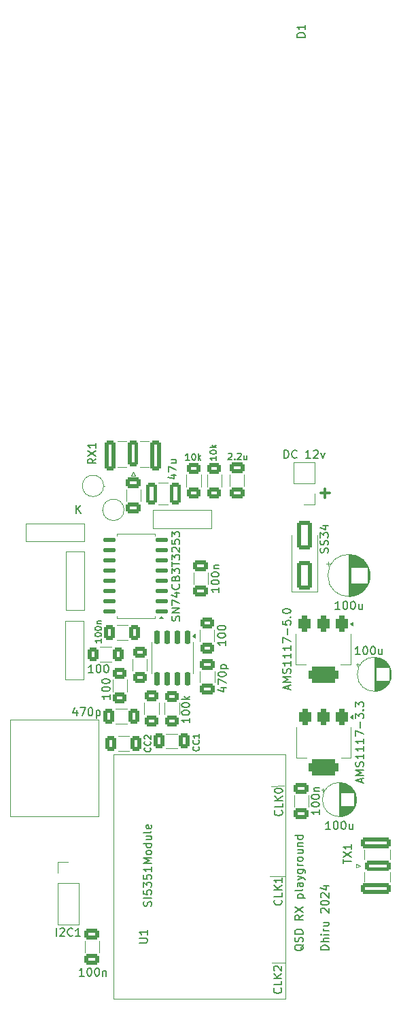
<source format=gbr>
%TF.GenerationSoftware,KiCad,Pcbnew,8.0.3-unknown-202406112021~03dd6c7a8e~ubuntu22.04.1*%
%TF.CreationDate,2024-06-13T18:15:46+05:30*%
%TF.ProjectId,SDR-Board,5344522d-426f-4617-9264-2e6b69636164,rev?*%
%TF.SameCoordinates,Original*%
%TF.FileFunction,Legend,Top*%
%TF.FilePolarity,Positive*%
%FSLAX46Y46*%
G04 Gerber Fmt 4.6, Leading zero omitted, Abs format (unit mm)*
G04 Created by KiCad (PCBNEW 8.0.3-unknown-202406112021~03dd6c7a8e~ubuntu22.04.1) date 2024-06-13 18:15:46*
%MOMM*%
%LPD*%
G01*
G04 APERTURE LIST*
G04 Aperture macros list*
%AMRoundRect*
0 Rectangle with rounded corners*
0 $1 Rounding radius*
0 $2 $3 $4 $5 $6 $7 $8 $9 X,Y pos of 4 corners*
0 Add a 4 corners polygon primitive as box body*
4,1,4,$2,$3,$4,$5,$6,$7,$8,$9,$2,$3,0*
0 Add four circle primitives for the rounded corners*
1,1,$1+$1,$2,$3*
1,1,$1+$1,$4,$5*
1,1,$1+$1,$6,$7*
1,1,$1+$1,$8,$9*
0 Add four rect primitives between the rounded corners*
20,1,$1+$1,$2,$3,$4,$5,0*
20,1,$1+$1,$4,$5,$6,$7,0*
20,1,$1+$1,$6,$7,$8,$9,0*
20,1,$1+$1,$8,$9,$2,$3,0*%
G04 Aperture macros list end*
%ADD10C,0.300000*%
%ADD11C,0.150000*%
%ADD12C,0.120000*%
%ADD13RoundRect,0.250000X-0.650000X0.412500X-0.650000X-0.412500X0.650000X-0.412500X0.650000X0.412500X0*%
%ADD14RoundRect,0.250000X0.650000X-0.412500X0.650000X0.412500X-0.650000X0.412500X-0.650000X-0.412500X0*%
%ADD15RoundRect,0.250000X-0.412500X-0.650000X0.412500X-0.650000X0.412500X0.650000X-0.412500X0.650000X0*%
%ADD16RoundRect,0.250000X-0.625000X0.400000X-0.625000X-0.400000X0.625000X-0.400000X0.625000X0.400000X0*%
%ADD17RoundRect,0.137500X0.662500X0.137500X-0.662500X0.137500X-0.662500X-0.137500X0.662500X-0.137500X0*%
%ADD18C,1.600000*%
%ADD19RoundRect,0.150000X-0.150000X0.725000X-0.150000X-0.725000X0.150000X-0.725000X0.150000X0.725000X0*%
%ADD20C,0.800000*%
%ADD21C,6.400000*%
%ADD22RoundRect,0.250000X0.412500X0.650000X-0.412500X0.650000X-0.412500X-0.650000X0.412500X-0.650000X0*%
%ADD23C,1.200000*%
%ADD24O,2.500000X1.800000*%
%ADD25O,1.800000X2.500000*%
%ADD26RoundRect,0.250001X0.462499X1.074999X-0.462499X1.074999X-0.462499X-1.074999X0.462499X-1.074999X0*%
%ADD27RoundRect,0.250000X0.625000X-0.400000X0.625000X0.400000X-0.625000X0.400000X-0.625000X-0.400000X0*%
%ADD28C,1.800000*%
%ADD29RoundRect,0.375000X-0.375000X0.625000X-0.375000X-0.625000X0.375000X-0.625000X0.375000X0.625000X0*%
%ADD30RoundRect,0.500000X-1.400000X0.500000X-1.400000X-0.500000X1.400000X-0.500000X1.400000X0.500000X0*%
%ADD31RoundRect,0.250000X0.385000X1.350000X-0.385000X1.350000X-0.385000X-1.350000X0.385000X-1.350000X0*%
%ADD32RoundRect,0.250000X0.425000X1.600000X-0.425000X1.600000X-0.425000X-1.600000X0.425000X-1.600000X0*%
%ADD33R,1.600000X1.600000*%
%ADD34O,1.600000X1.600000*%
%ADD35R,1.200000X1.200000*%
%ADD36R,1.700000X1.700000*%
%ADD37O,1.700000X1.700000*%
%ADD38RoundRect,0.250000X1.350000X-0.385000X1.350000X0.385000X-1.350000X0.385000X-1.350000X-0.385000X0*%
%ADD39RoundRect,0.250000X1.600000X-0.425000X1.600000X0.425000X-1.600000X0.425000X-1.600000X-0.425000X0*%
%ADD40RoundRect,0.250000X0.400000X0.625000X-0.400000X0.625000X-0.400000X-0.625000X0.400000X-0.625000X0*%
%ADD41RoundRect,0.250000X0.650000X-1.500000X0.650000X1.500000X-0.650000X1.500000X-0.650000X-1.500000X0*%
G04 APERTURE END LIST*
D10*
X132584510Y-60679400D02*
X133727368Y-60679400D01*
X133155939Y-61250828D02*
X133155939Y-60107971D01*
D11*
X130475169Y-116806554D02*
X130427550Y-116901792D01*
X130427550Y-116901792D02*
X130332312Y-116997030D01*
X130332312Y-116997030D02*
X130189454Y-117139887D01*
X130189454Y-117139887D02*
X130141835Y-117235125D01*
X130141835Y-117235125D02*
X130141835Y-117330363D01*
X130379931Y-117282744D02*
X130332312Y-117377982D01*
X130332312Y-117377982D02*
X130237073Y-117473220D01*
X130237073Y-117473220D02*
X130046597Y-117520839D01*
X130046597Y-117520839D02*
X129713264Y-117520839D01*
X129713264Y-117520839D02*
X129522788Y-117473220D01*
X129522788Y-117473220D02*
X129427550Y-117377982D01*
X129427550Y-117377982D02*
X129379931Y-117282744D01*
X129379931Y-117282744D02*
X129379931Y-117092268D01*
X129379931Y-117092268D02*
X129427550Y-116997030D01*
X129427550Y-116997030D02*
X129522788Y-116901792D01*
X129522788Y-116901792D02*
X129713264Y-116854173D01*
X129713264Y-116854173D02*
X130046597Y-116854173D01*
X130046597Y-116854173D02*
X130237073Y-116901792D01*
X130237073Y-116901792D02*
X130332312Y-116997030D01*
X130332312Y-116997030D02*
X130379931Y-117092268D01*
X130379931Y-117092268D02*
X130379931Y-117282744D01*
X130332312Y-116473220D02*
X130379931Y-116330363D01*
X130379931Y-116330363D02*
X130379931Y-116092268D01*
X130379931Y-116092268D02*
X130332312Y-115997030D01*
X130332312Y-115997030D02*
X130284692Y-115949411D01*
X130284692Y-115949411D02*
X130189454Y-115901792D01*
X130189454Y-115901792D02*
X130094216Y-115901792D01*
X130094216Y-115901792D02*
X129998978Y-115949411D01*
X129998978Y-115949411D02*
X129951359Y-115997030D01*
X129951359Y-115997030D02*
X129903740Y-116092268D01*
X129903740Y-116092268D02*
X129856121Y-116282744D01*
X129856121Y-116282744D02*
X129808502Y-116377982D01*
X129808502Y-116377982D02*
X129760883Y-116425601D01*
X129760883Y-116425601D02*
X129665645Y-116473220D01*
X129665645Y-116473220D02*
X129570407Y-116473220D01*
X129570407Y-116473220D02*
X129475169Y-116425601D01*
X129475169Y-116425601D02*
X129427550Y-116377982D01*
X129427550Y-116377982D02*
X129379931Y-116282744D01*
X129379931Y-116282744D02*
X129379931Y-116044649D01*
X129379931Y-116044649D02*
X129427550Y-115901792D01*
X130379931Y-115473220D02*
X129379931Y-115473220D01*
X129379931Y-115473220D02*
X129379931Y-115235125D01*
X129379931Y-115235125D02*
X129427550Y-115092268D01*
X129427550Y-115092268D02*
X129522788Y-114997030D01*
X129522788Y-114997030D02*
X129618026Y-114949411D01*
X129618026Y-114949411D02*
X129808502Y-114901792D01*
X129808502Y-114901792D02*
X129951359Y-114901792D01*
X129951359Y-114901792D02*
X130141835Y-114949411D01*
X130141835Y-114949411D02*
X130237073Y-114997030D01*
X130237073Y-114997030D02*
X130332312Y-115092268D01*
X130332312Y-115092268D02*
X130379931Y-115235125D01*
X130379931Y-115235125D02*
X130379931Y-115473220D01*
X130379931Y-113139887D02*
X129903740Y-113473220D01*
X130379931Y-113711315D02*
X129379931Y-113711315D01*
X129379931Y-113711315D02*
X129379931Y-113330363D01*
X129379931Y-113330363D02*
X129427550Y-113235125D01*
X129427550Y-113235125D02*
X129475169Y-113187506D01*
X129475169Y-113187506D02*
X129570407Y-113139887D01*
X129570407Y-113139887D02*
X129713264Y-113139887D01*
X129713264Y-113139887D02*
X129808502Y-113187506D01*
X129808502Y-113187506D02*
X129856121Y-113235125D01*
X129856121Y-113235125D02*
X129903740Y-113330363D01*
X129903740Y-113330363D02*
X129903740Y-113711315D01*
X129379931Y-112806553D02*
X130379931Y-112139887D01*
X129379931Y-112139887D02*
X130379931Y-112806553D01*
X129713264Y-110997029D02*
X130713264Y-110997029D01*
X129760883Y-110997029D02*
X129713264Y-110901791D01*
X129713264Y-110901791D02*
X129713264Y-110711315D01*
X129713264Y-110711315D02*
X129760883Y-110616077D01*
X129760883Y-110616077D02*
X129808502Y-110568458D01*
X129808502Y-110568458D02*
X129903740Y-110520839D01*
X129903740Y-110520839D02*
X130189454Y-110520839D01*
X130189454Y-110520839D02*
X130284692Y-110568458D01*
X130284692Y-110568458D02*
X130332312Y-110616077D01*
X130332312Y-110616077D02*
X130379931Y-110711315D01*
X130379931Y-110711315D02*
X130379931Y-110901791D01*
X130379931Y-110901791D02*
X130332312Y-110997029D01*
X130379931Y-109949410D02*
X130332312Y-110044648D01*
X130332312Y-110044648D02*
X130237073Y-110092267D01*
X130237073Y-110092267D02*
X129379931Y-110092267D01*
X130379931Y-109139886D02*
X129856121Y-109139886D01*
X129856121Y-109139886D02*
X129760883Y-109187505D01*
X129760883Y-109187505D02*
X129713264Y-109282743D01*
X129713264Y-109282743D02*
X129713264Y-109473219D01*
X129713264Y-109473219D02*
X129760883Y-109568457D01*
X130332312Y-109139886D02*
X130379931Y-109235124D01*
X130379931Y-109235124D02*
X130379931Y-109473219D01*
X130379931Y-109473219D02*
X130332312Y-109568457D01*
X130332312Y-109568457D02*
X130237073Y-109616076D01*
X130237073Y-109616076D02*
X130141835Y-109616076D01*
X130141835Y-109616076D02*
X130046597Y-109568457D01*
X130046597Y-109568457D02*
X129998978Y-109473219D01*
X129998978Y-109473219D02*
X129998978Y-109235124D01*
X129998978Y-109235124D02*
X129951359Y-109139886D01*
X129713264Y-108758933D02*
X130379931Y-108520838D01*
X129713264Y-108282743D02*
X130379931Y-108520838D01*
X130379931Y-108520838D02*
X130618026Y-108616076D01*
X130618026Y-108616076D02*
X130665645Y-108663695D01*
X130665645Y-108663695D02*
X130713264Y-108758933D01*
X129713264Y-107473219D02*
X130522788Y-107473219D01*
X130522788Y-107473219D02*
X130618026Y-107520838D01*
X130618026Y-107520838D02*
X130665645Y-107568457D01*
X130665645Y-107568457D02*
X130713264Y-107663695D01*
X130713264Y-107663695D02*
X130713264Y-107806552D01*
X130713264Y-107806552D02*
X130665645Y-107901790D01*
X130332312Y-107473219D02*
X130379931Y-107568457D01*
X130379931Y-107568457D02*
X130379931Y-107758933D01*
X130379931Y-107758933D02*
X130332312Y-107854171D01*
X130332312Y-107854171D02*
X130284692Y-107901790D01*
X130284692Y-107901790D02*
X130189454Y-107949409D01*
X130189454Y-107949409D02*
X129903740Y-107949409D01*
X129903740Y-107949409D02*
X129808502Y-107901790D01*
X129808502Y-107901790D02*
X129760883Y-107854171D01*
X129760883Y-107854171D02*
X129713264Y-107758933D01*
X129713264Y-107758933D02*
X129713264Y-107568457D01*
X129713264Y-107568457D02*
X129760883Y-107473219D01*
X130379931Y-106997028D02*
X129713264Y-106997028D01*
X129903740Y-106997028D02*
X129808502Y-106949409D01*
X129808502Y-106949409D02*
X129760883Y-106901790D01*
X129760883Y-106901790D02*
X129713264Y-106806552D01*
X129713264Y-106806552D02*
X129713264Y-106711314D01*
X130379931Y-106235123D02*
X130332312Y-106330361D01*
X130332312Y-106330361D02*
X130284692Y-106377980D01*
X130284692Y-106377980D02*
X130189454Y-106425599D01*
X130189454Y-106425599D02*
X129903740Y-106425599D01*
X129903740Y-106425599D02*
X129808502Y-106377980D01*
X129808502Y-106377980D02*
X129760883Y-106330361D01*
X129760883Y-106330361D02*
X129713264Y-106235123D01*
X129713264Y-106235123D02*
X129713264Y-106092266D01*
X129713264Y-106092266D02*
X129760883Y-105997028D01*
X129760883Y-105997028D02*
X129808502Y-105949409D01*
X129808502Y-105949409D02*
X129903740Y-105901790D01*
X129903740Y-105901790D02*
X130189454Y-105901790D01*
X130189454Y-105901790D02*
X130284692Y-105949409D01*
X130284692Y-105949409D02*
X130332312Y-105997028D01*
X130332312Y-105997028D02*
X130379931Y-106092266D01*
X130379931Y-106092266D02*
X130379931Y-106235123D01*
X129713264Y-105044647D02*
X130379931Y-105044647D01*
X129713264Y-105473218D02*
X130237073Y-105473218D01*
X130237073Y-105473218D02*
X130332312Y-105425599D01*
X130332312Y-105425599D02*
X130379931Y-105330361D01*
X130379931Y-105330361D02*
X130379931Y-105187504D01*
X130379931Y-105187504D02*
X130332312Y-105092266D01*
X130332312Y-105092266D02*
X130284692Y-105044647D01*
X129713264Y-104568456D02*
X130379931Y-104568456D01*
X129808502Y-104568456D02*
X129760883Y-104520837D01*
X129760883Y-104520837D02*
X129713264Y-104425599D01*
X129713264Y-104425599D02*
X129713264Y-104282742D01*
X129713264Y-104282742D02*
X129760883Y-104187504D01*
X129760883Y-104187504D02*
X129856121Y-104139885D01*
X129856121Y-104139885D02*
X130379931Y-104139885D01*
X130379931Y-103235123D02*
X129379931Y-103235123D01*
X130332312Y-103235123D02*
X130379931Y-103330361D01*
X130379931Y-103330361D02*
X130379931Y-103520837D01*
X130379931Y-103520837D02*
X130332312Y-103616075D01*
X130332312Y-103616075D02*
X130284692Y-103663694D01*
X130284692Y-103663694D02*
X130189454Y-103711313D01*
X130189454Y-103711313D02*
X129903740Y-103711313D01*
X129903740Y-103711313D02*
X129808502Y-103663694D01*
X129808502Y-103663694D02*
X129760883Y-103616075D01*
X129760883Y-103616075D02*
X129713264Y-103520837D01*
X129713264Y-103520837D02*
X129713264Y-103330361D01*
X129713264Y-103330361D02*
X129760883Y-103235123D01*
X133599819Y-117473220D02*
X132599819Y-117473220D01*
X132599819Y-117473220D02*
X132599819Y-117235125D01*
X132599819Y-117235125D02*
X132647438Y-117092268D01*
X132647438Y-117092268D02*
X132742676Y-116997030D01*
X132742676Y-116997030D02*
X132837914Y-116949411D01*
X132837914Y-116949411D02*
X133028390Y-116901792D01*
X133028390Y-116901792D02*
X133171247Y-116901792D01*
X133171247Y-116901792D02*
X133361723Y-116949411D01*
X133361723Y-116949411D02*
X133456961Y-116997030D01*
X133456961Y-116997030D02*
X133552200Y-117092268D01*
X133552200Y-117092268D02*
X133599819Y-117235125D01*
X133599819Y-117235125D02*
X133599819Y-117473220D01*
X133599819Y-116473220D02*
X132599819Y-116473220D01*
X133599819Y-116044649D02*
X133076009Y-116044649D01*
X133076009Y-116044649D02*
X132980771Y-116092268D01*
X132980771Y-116092268D02*
X132933152Y-116187506D01*
X132933152Y-116187506D02*
X132933152Y-116330363D01*
X132933152Y-116330363D02*
X132980771Y-116425601D01*
X132980771Y-116425601D02*
X133028390Y-116473220D01*
X133599819Y-115568458D02*
X132933152Y-115568458D01*
X132599819Y-115568458D02*
X132647438Y-115616077D01*
X132647438Y-115616077D02*
X132695057Y-115568458D01*
X132695057Y-115568458D02*
X132647438Y-115520839D01*
X132647438Y-115520839D02*
X132599819Y-115568458D01*
X132599819Y-115568458D02*
X132695057Y-115568458D01*
X133599819Y-115092268D02*
X132933152Y-115092268D01*
X133123628Y-115092268D02*
X133028390Y-115044649D01*
X133028390Y-115044649D02*
X132980771Y-114997030D01*
X132980771Y-114997030D02*
X132933152Y-114901792D01*
X132933152Y-114901792D02*
X132933152Y-114806554D01*
X132933152Y-114044649D02*
X133599819Y-114044649D01*
X132933152Y-114473220D02*
X133456961Y-114473220D01*
X133456961Y-114473220D02*
X133552200Y-114425601D01*
X133552200Y-114425601D02*
X133599819Y-114330363D01*
X133599819Y-114330363D02*
X133599819Y-114187506D01*
X133599819Y-114187506D02*
X133552200Y-114092268D01*
X133552200Y-114092268D02*
X133504580Y-114044649D01*
X132695057Y-112854172D02*
X132647438Y-112806553D01*
X132647438Y-112806553D02*
X132599819Y-112711315D01*
X132599819Y-112711315D02*
X132599819Y-112473220D01*
X132599819Y-112473220D02*
X132647438Y-112377982D01*
X132647438Y-112377982D02*
X132695057Y-112330363D01*
X132695057Y-112330363D02*
X132790295Y-112282744D01*
X132790295Y-112282744D02*
X132885533Y-112282744D01*
X132885533Y-112282744D02*
X133028390Y-112330363D01*
X133028390Y-112330363D02*
X133599819Y-112901791D01*
X133599819Y-112901791D02*
X133599819Y-112282744D01*
X132599819Y-111663696D02*
X132599819Y-111568458D01*
X132599819Y-111568458D02*
X132647438Y-111473220D01*
X132647438Y-111473220D02*
X132695057Y-111425601D01*
X132695057Y-111425601D02*
X132790295Y-111377982D01*
X132790295Y-111377982D02*
X132980771Y-111330363D01*
X132980771Y-111330363D02*
X133218866Y-111330363D01*
X133218866Y-111330363D02*
X133409342Y-111377982D01*
X133409342Y-111377982D02*
X133504580Y-111425601D01*
X133504580Y-111425601D02*
X133552200Y-111473220D01*
X133552200Y-111473220D02*
X133599819Y-111568458D01*
X133599819Y-111568458D02*
X133599819Y-111663696D01*
X133599819Y-111663696D02*
X133552200Y-111758934D01*
X133552200Y-111758934D02*
X133504580Y-111806553D01*
X133504580Y-111806553D02*
X133409342Y-111854172D01*
X133409342Y-111854172D02*
X133218866Y-111901791D01*
X133218866Y-111901791D02*
X132980771Y-111901791D01*
X132980771Y-111901791D02*
X132790295Y-111854172D01*
X132790295Y-111854172D02*
X132695057Y-111806553D01*
X132695057Y-111806553D02*
X132647438Y-111758934D01*
X132647438Y-111758934D02*
X132599819Y-111663696D01*
X132695057Y-110949410D02*
X132647438Y-110901791D01*
X132647438Y-110901791D02*
X132599819Y-110806553D01*
X132599819Y-110806553D02*
X132599819Y-110568458D01*
X132599819Y-110568458D02*
X132647438Y-110473220D01*
X132647438Y-110473220D02*
X132695057Y-110425601D01*
X132695057Y-110425601D02*
X132790295Y-110377982D01*
X132790295Y-110377982D02*
X132885533Y-110377982D01*
X132885533Y-110377982D02*
X133028390Y-110425601D01*
X133028390Y-110425601D02*
X133599819Y-110997029D01*
X133599819Y-110997029D02*
X133599819Y-110377982D01*
X132933152Y-109520839D02*
X133599819Y-109520839D01*
X132552200Y-109758934D02*
X133266485Y-109997029D01*
X133266485Y-109997029D02*
X133266485Y-109377982D01*
X119954819Y-72406547D02*
X119954819Y-72977975D01*
X119954819Y-72692261D02*
X118954819Y-72692261D01*
X118954819Y-72692261D02*
X119097676Y-72787499D01*
X119097676Y-72787499D02*
X119192914Y-72882737D01*
X119192914Y-72882737D02*
X119240533Y-72977975D01*
X118954819Y-71787499D02*
X118954819Y-71692261D01*
X118954819Y-71692261D02*
X119002438Y-71597023D01*
X119002438Y-71597023D02*
X119050057Y-71549404D01*
X119050057Y-71549404D02*
X119145295Y-71501785D01*
X119145295Y-71501785D02*
X119335771Y-71454166D01*
X119335771Y-71454166D02*
X119573866Y-71454166D01*
X119573866Y-71454166D02*
X119764342Y-71501785D01*
X119764342Y-71501785D02*
X119859580Y-71549404D01*
X119859580Y-71549404D02*
X119907200Y-71597023D01*
X119907200Y-71597023D02*
X119954819Y-71692261D01*
X119954819Y-71692261D02*
X119954819Y-71787499D01*
X119954819Y-71787499D02*
X119907200Y-71882737D01*
X119907200Y-71882737D02*
X119859580Y-71930356D01*
X119859580Y-71930356D02*
X119764342Y-71977975D01*
X119764342Y-71977975D02*
X119573866Y-72025594D01*
X119573866Y-72025594D02*
X119335771Y-72025594D01*
X119335771Y-72025594D02*
X119145295Y-71977975D01*
X119145295Y-71977975D02*
X119050057Y-71930356D01*
X119050057Y-71930356D02*
X119002438Y-71882737D01*
X119002438Y-71882737D02*
X118954819Y-71787499D01*
X118954819Y-70835118D02*
X118954819Y-70739880D01*
X118954819Y-70739880D02*
X119002438Y-70644642D01*
X119002438Y-70644642D02*
X119050057Y-70597023D01*
X119050057Y-70597023D02*
X119145295Y-70549404D01*
X119145295Y-70549404D02*
X119335771Y-70501785D01*
X119335771Y-70501785D02*
X119573866Y-70501785D01*
X119573866Y-70501785D02*
X119764342Y-70549404D01*
X119764342Y-70549404D02*
X119859580Y-70597023D01*
X119859580Y-70597023D02*
X119907200Y-70644642D01*
X119907200Y-70644642D02*
X119954819Y-70739880D01*
X119954819Y-70739880D02*
X119954819Y-70835118D01*
X119954819Y-70835118D02*
X119907200Y-70930356D01*
X119907200Y-70930356D02*
X119859580Y-70977975D01*
X119859580Y-70977975D02*
X119764342Y-71025594D01*
X119764342Y-71025594D02*
X119573866Y-71073213D01*
X119573866Y-71073213D02*
X119335771Y-71073213D01*
X119335771Y-71073213D02*
X119145295Y-71025594D01*
X119145295Y-71025594D02*
X119050057Y-70977975D01*
X119050057Y-70977975D02*
X119002438Y-70930356D01*
X119002438Y-70930356D02*
X118954819Y-70835118D01*
X119288152Y-70073213D02*
X119954819Y-70073213D01*
X119383390Y-70073213D02*
X119335771Y-70025594D01*
X119335771Y-70025594D02*
X119288152Y-69930356D01*
X119288152Y-69930356D02*
X119288152Y-69787499D01*
X119288152Y-69787499D02*
X119335771Y-69692261D01*
X119335771Y-69692261D02*
X119431009Y-69644642D01*
X119431009Y-69644642D02*
X119954819Y-69644642D01*
X105282295Y-78805238D02*
X105282295Y-79262381D01*
X105282295Y-79033809D02*
X104482295Y-79033809D01*
X104482295Y-79033809D02*
X104596580Y-79110000D01*
X104596580Y-79110000D02*
X104672771Y-79186190D01*
X104672771Y-79186190D02*
X104710866Y-79262381D01*
X104482295Y-78309999D02*
X104482295Y-78233809D01*
X104482295Y-78233809D02*
X104520390Y-78157618D01*
X104520390Y-78157618D02*
X104558485Y-78119523D01*
X104558485Y-78119523D02*
X104634676Y-78081428D01*
X104634676Y-78081428D02*
X104787057Y-78043333D01*
X104787057Y-78043333D02*
X104977533Y-78043333D01*
X104977533Y-78043333D02*
X105129914Y-78081428D01*
X105129914Y-78081428D02*
X105206104Y-78119523D01*
X105206104Y-78119523D02*
X105244200Y-78157618D01*
X105244200Y-78157618D02*
X105282295Y-78233809D01*
X105282295Y-78233809D02*
X105282295Y-78309999D01*
X105282295Y-78309999D02*
X105244200Y-78386190D01*
X105244200Y-78386190D02*
X105206104Y-78424285D01*
X105206104Y-78424285D02*
X105129914Y-78462380D01*
X105129914Y-78462380D02*
X104977533Y-78500476D01*
X104977533Y-78500476D02*
X104787057Y-78500476D01*
X104787057Y-78500476D02*
X104634676Y-78462380D01*
X104634676Y-78462380D02*
X104558485Y-78424285D01*
X104558485Y-78424285D02*
X104520390Y-78386190D01*
X104520390Y-78386190D02*
X104482295Y-78309999D01*
X104482295Y-77548094D02*
X104482295Y-77471904D01*
X104482295Y-77471904D02*
X104520390Y-77395713D01*
X104520390Y-77395713D02*
X104558485Y-77357618D01*
X104558485Y-77357618D02*
X104634676Y-77319523D01*
X104634676Y-77319523D02*
X104787057Y-77281428D01*
X104787057Y-77281428D02*
X104977533Y-77281428D01*
X104977533Y-77281428D02*
X105129914Y-77319523D01*
X105129914Y-77319523D02*
X105206104Y-77357618D01*
X105206104Y-77357618D02*
X105244200Y-77395713D01*
X105244200Y-77395713D02*
X105282295Y-77471904D01*
X105282295Y-77471904D02*
X105282295Y-77548094D01*
X105282295Y-77548094D02*
X105244200Y-77624285D01*
X105244200Y-77624285D02*
X105206104Y-77662380D01*
X105206104Y-77662380D02*
X105129914Y-77700475D01*
X105129914Y-77700475D02*
X104977533Y-77738571D01*
X104977533Y-77738571D02*
X104787057Y-77738571D01*
X104787057Y-77738571D02*
X104634676Y-77700475D01*
X104634676Y-77700475D02*
X104558485Y-77662380D01*
X104558485Y-77662380D02*
X104520390Y-77624285D01*
X104520390Y-77624285D02*
X104482295Y-77548094D01*
X104748961Y-76938570D02*
X105282295Y-76938570D01*
X104825152Y-76938570D02*
X104787057Y-76900475D01*
X104787057Y-76900475D02*
X104748961Y-76824285D01*
X104748961Y-76824285D02*
X104748961Y-76709999D01*
X104748961Y-76709999D02*
X104787057Y-76633808D01*
X104787057Y-76633808D02*
X104863247Y-76595713D01*
X104863247Y-76595713D02*
X105282295Y-76595713D01*
X116263809Y-56542295D02*
X115806666Y-56542295D01*
X116035238Y-56542295D02*
X116035238Y-55742295D01*
X116035238Y-55742295D02*
X115959047Y-55856580D01*
X115959047Y-55856580D02*
X115882857Y-55932771D01*
X115882857Y-55932771D02*
X115806666Y-55970866D01*
X116759048Y-55742295D02*
X116835238Y-55742295D01*
X116835238Y-55742295D02*
X116911429Y-55780390D01*
X116911429Y-55780390D02*
X116949524Y-55818485D01*
X116949524Y-55818485D02*
X116987619Y-55894676D01*
X116987619Y-55894676D02*
X117025714Y-56047057D01*
X117025714Y-56047057D02*
X117025714Y-56237533D01*
X117025714Y-56237533D02*
X116987619Y-56389914D01*
X116987619Y-56389914D02*
X116949524Y-56466104D01*
X116949524Y-56466104D02*
X116911429Y-56504200D01*
X116911429Y-56504200D02*
X116835238Y-56542295D01*
X116835238Y-56542295D02*
X116759048Y-56542295D01*
X116759048Y-56542295D02*
X116682857Y-56504200D01*
X116682857Y-56504200D02*
X116644762Y-56466104D01*
X116644762Y-56466104D02*
X116606667Y-56389914D01*
X116606667Y-56389914D02*
X116568571Y-56237533D01*
X116568571Y-56237533D02*
X116568571Y-56047057D01*
X116568571Y-56047057D02*
X116606667Y-55894676D01*
X116606667Y-55894676D02*
X116644762Y-55818485D01*
X116644762Y-55818485D02*
X116682857Y-55780390D01*
X116682857Y-55780390D02*
X116759048Y-55742295D01*
X117368572Y-56542295D02*
X117368572Y-55742295D01*
X117444762Y-56237533D02*
X117673334Y-56542295D01*
X117673334Y-56008961D02*
X117368572Y-56313723D01*
X114997200Y-76533809D02*
X115044819Y-76390952D01*
X115044819Y-76390952D02*
X115044819Y-76152857D01*
X115044819Y-76152857D02*
X114997200Y-76057619D01*
X114997200Y-76057619D02*
X114949580Y-76010000D01*
X114949580Y-76010000D02*
X114854342Y-75962381D01*
X114854342Y-75962381D02*
X114759104Y-75962381D01*
X114759104Y-75962381D02*
X114663866Y-76010000D01*
X114663866Y-76010000D02*
X114616247Y-76057619D01*
X114616247Y-76057619D02*
X114568628Y-76152857D01*
X114568628Y-76152857D02*
X114521009Y-76343333D01*
X114521009Y-76343333D02*
X114473390Y-76438571D01*
X114473390Y-76438571D02*
X114425771Y-76486190D01*
X114425771Y-76486190D02*
X114330533Y-76533809D01*
X114330533Y-76533809D02*
X114235295Y-76533809D01*
X114235295Y-76533809D02*
X114140057Y-76486190D01*
X114140057Y-76486190D02*
X114092438Y-76438571D01*
X114092438Y-76438571D02*
X114044819Y-76343333D01*
X114044819Y-76343333D02*
X114044819Y-76105238D01*
X114044819Y-76105238D02*
X114092438Y-75962381D01*
X115044819Y-75533809D02*
X114044819Y-75533809D01*
X114044819Y-75533809D02*
X115044819Y-74962381D01*
X115044819Y-74962381D02*
X114044819Y-74962381D01*
X114044819Y-74581428D02*
X114044819Y-73914762D01*
X114044819Y-73914762D02*
X115044819Y-74343333D01*
X114378152Y-73105238D02*
X115044819Y-73105238D01*
X113997200Y-73343333D02*
X114711485Y-73581428D01*
X114711485Y-73581428D02*
X114711485Y-72962381D01*
X114949580Y-72010000D02*
X114997200Y-72057619D01*
X114997200Y-72057619D02*
X115044819Y-72200476D01*
X115044819Y-72200476D02*
X115044819Y-72295714D01*
X115044819Y-72295714D02*
X114997200Y-72438571D01*
X114997200Y-72438571D02*
X114901961Y-72533809D01*
X114901961Y-72533809D02*
X114806723Y-72581428D01*
X114806723Y-72581428D02*
X114616247Y-72629047D01*
X114616247Y-72629047D02*
X114473390Y-72629047D01*
X114473390Y-72629047D02*
X114282914Y-72581428D01*
X114282914Y-72581428D02*
X114187676Y-72533809D01*
X114187676Y-72533809D02*
X114092438Y-72438571D01*
X114092438Y-72438571D02*
X114044819Y-72295714D01*
X114044819Y-72295714D02*
X114044819Y-72200476D01*
X114044819Y-72200476D02*
X114092438Y-72057619D01*
X114092438Y-72057619D02*
X114140057Y-72010000D01*
X114521009Y-71248095D02*
X114568628Y-71105238D01*
X114568628Y-71105238D02*
X114616247Y-71057619D01*
X114616247Y-71057619D02*
X114711485Y-71010000D01*
X114711485Y-71010000D02*
X114854342Y-71010000D01*
X114854342Y-71010000D02*
X114949580Y-71057619D01*
X114949580Y-71057619D02*
X114997200Y-71105238D01*
X114997200Y-71105238D02*
X115044819Y-71200476D01*
X115044819Y-71200476D02*
X115044819Y-71581428D01*
X115044819Y-71581428D02*
X114044819Y-71581428D01*
X114044819Y-71581428D02*
X114044819Y-71248095D01*
X114044819Y-71248095D02*
X114092438Y-71152857D01*
X114092438Y-71152857D02*
X114140057Y-71105238D01*
X114140057Y-71105238D02*
X114235295Y-71057619D01*
X114235295Y-71057619D02*
X114330533Y-71057619D01*
X114330533Y-71057619D02*
X114425771Y-71105238D01*
X114425771Y-71105238D02*
X114473390Y-71152857D01*
X114473390Y-71152857D02*
X114521009Y-71248095D01*
X114521009Y-71248095D02*
X114521009Y-71581428D01*
X114044819Y-70676666D02*
X114044819Y-70057619D01*
X114044819Y-70057619D02*
X114425771Y-70390952D01*
X114425771Y-70390952D02*
X114425771Y-70248095D01*
X114425771Y-70248095D02*
X114473390Y-70152857D01*
X114473390Y-70152857D02*
X114521009Y-70105238D01*
X114521009Y-70105238D02*
X114616247Y-70057619D01*
X114616247Y-70057619D02*
X114854342Y-70057619D01*
X114854342Y-70057619D02*
X114949580Y-70105238D01*
X114949580Y-70105238D02*
X114997200Y-70152857D01*
X114997200Y-70152857D02*
X115044819Y-70248095D01*
X115044819Y-70248095D02*
X115044819Y-70533809D01*
X115044819Y-70533809D02*
X114997200Y-70629047D01*
X114997200Y-70629047D02*
X114949580Y-70676666D01*
X114044819Y-69771904D02*
X114044819Y-69200476D01*
X115044819Y-69486190D02*
X114044819Y-69486190D01*
X114044819Y-68962380D02*
X114044819Y-68343333D01*
X114044819Y-68343333D02*
X114425771Y-68676666D01*
X114425771Y-68676666D02*
X114425771Y-68533809D01*
X114425771Y-68533809D02*
X114473390Y-68438571D01*
X114473390Y-68438571D02*
X114521009Y-68390952D01*
X114521009Y-68390952D02*
X114616247Y-68343333D01*
X114616247Y-68343333D02*
X114854342Y-68343333D01*
X114854342Y-68343333D02*
X114949580Y-68390952D01*
X114949580Y-68390952D02*
X114997200Y-68438571D01*
X114997200Y-68438571D02*
X115044819Y-68533809D01*
X115044819Y-68533809D02*
X115044819Y-68819523D01*
X115044819Y-68819523D02*
X114997200Y-68914761D01*
X114997200Y-68914761D02*
X114949580Y-68962380D01*
X114140057Y-67962380D02*
X114092438Y-67914761D01*
X114092438Y-67914761D02*
X114044819Y-67819523D01*
X114044819Y-67819523D02*
X114044819Y-67581428D01*
X114044819Y-67581428D02*
X114092438Y-67486190D01*
X114092438Y-67486190D02*
X114140057Y-67438571D01*
X114140057Y-67438571D02*
X114235295Y-67390952D01*
X114235295Y-67390952D02*
X114330533Y-67390952D01*
X114330533Y-67390952D02*
X114473390Y-67438571D01*
X114473390Y-67438571D02*
X115044819Y-68009999D01*
X115044819Y-68009999D02*
X115044819Y-67390952D01*
X114044819Y-66486190D02*
X114044819Y-66962380D01*
X114044819Y-66962380D02*
X114521009Y-67009999D01*
X114521009Y-67009999D02*
X114473390Y-66962380D01*
X114473390Y-66962380D02*
X114425771Y-66867142D01*
X114425771Y-66867142D02*
X114425771Y-66629047D01*
X114425771Y-66629047D02*
X114473390Y-66533809D01*
X114473390Y-66533809D02*
X114521009Y-66486190D01*
X114521009Y-66486190D02*
X114616247Y-66438571D01*
X114616247Y-66438571D02*
X114854342Y-66438571D01*
X114854342Y-66438571D02*
X114949580Y-66486190D01*
X114949580Y-66486190D02*
X114997200Y-66533809D01*
X114997200Y-66533809D02*
X115044819Y-66629047D01*
X115044819Y-66629047D02*
X115044819Y-66867142D01*
X115044819Y-66867142D02*
X114997200Y-66962380D01*
X114997200Y-66962380D02*
X114949580Y-67009999D01*
X114044819Y-66105237D02*
X114044819Y-65486190D01*
X114044819Y-65486190D02*
X114425771Y-65819523D01*
X114425771Y-65819523D02*
X114425771Y-65676666D01*
X114425771Y-65676666D02*
X114473390Y-65581428D01*
X114473390Y-65581428D02*
X114521009Y-65533809D01*
X114521009Y-65533809D02*
X114616247Y-65486190D01*
X114616247Y-65486190D02*
X114854342Y-65486190D01*
X114854342Y-65486190D02*
X114949580Y-65533809D01*
X114949580Y-65533809D02*
X114997200Y-65581428D01*
X114997200Y-65581428D02*
X115044819Y-65676666D01*
X115044819Y-65676666D02*
X115044819Y-65962380D01*
X115044819Y-65962380D02*
X114997200Y-66057618D01*
X114997200Y-66057618D02*
X114949580Y-66105237D01*
X121088094Y-55768485D02*
X121126190Y-55730390D01*
X121126190Y-55730390D02*
X121202380Y-55692295D01*
X121202380Y-55692295D02*
X121392856Y-55692295D01*
X121392856Y-55692295D02*
X121469047Y-55730390D01*
X121469047Y-55730390D02*
X121507142Y-55768485D01*
X121507142Y-55768485D02*
X121545237Y-55844676D01*
X121545237Y-55844676D02*
X121545237Y-55920866D01*
X121545237Y-55920866D02*
X121507142Y-56035152D01*
X121507142Y-56035152D02*
X121049999Y-56492295D01*
X121049999Y-56492295D02*
X121545237Y-56492295D01*
X121888095Y-56416104D02*
X121926190Y-56454200D01*
X121926190Y-56454200D02*
X121888095Y-56492295D01*
X121888095Y-56492295D02*
X121849999Y-56454200D01*
X121849999Y-56454200D02*
X121888095Y-56416104D01*
X121888095Y-56416104D02*
X121888095Y-56492295D01*
X122230951Y-55768485D02*
X122269047Y-55730390D01*
X122269047Y-55730390D02*
X122345237Y-55692295D01*
X122345237Y-55692295D02*
X122535713Y-55692295D01*
X122535713Y-55692295D02*
X122611904Y-55730390D01*
X122611904Y-55730390D02*
X122649999Y-55768485D01*
X122649999Y-55768485D02*
X122688094Y-55844676D01*
X122688094Y-55844676D02*
X122688094Y-55920866D01*
X122688094Y-55920866D02*
X122649999Y-56035152D01*
X122649999Y-56035152D02*
X122192856Y-56492295D01*
X122192856Y-56492295D02*
X122688094Y-56492295D01*
X123373809Y-55958961D02*
X123373809Y-56492295D01*
X123030952Y-55958961D02*
X123030952Y-56378009D01*
X123030952Y-56378009D02*
X123069047Y-56454200D01*
X123069047Y-56454200D02*
X123145237Y-56492295D01*
X123145237Y-56492295D02*
X123259523Y-56492295D01*
X123259523Y-56492295D02*
X123335714Y-56454200D01*
X123335714Y-56454200D02*
X123373809Y-56416104D01*
X111366104Y-92343332D02*
X111404200Y-92381428D01*
X111404200Y-92381428D02*
X111442295Y-92495713D01*
X111442295Y-92495713D02*
X111442295Y-92571904D01*
X111442295Y-92571904D02*
X111404200Y-92686190D01*
X111404200Y-92686190D02*
X111328009Y-92762380D01*
X111328009Y-92762380D02*
X111251819Y-92800475D01*
X111251819Y-92800475D02*
X111099438Y-92838571D01*
X111099438Y-92838571D02*
X110985152Y-92838571D01*
X110985152Y-92838571D02*
X110832771Y-92800475D01*
X110832771Y-92800475D02*
X110756580Y-92762380D01*
X110756580Y-92762380D02*
X110680390Y-92686190D01*
X110680390Y-92686190D02*
X110642295Y-92571904D01*
X110642295Y-92571904D02*
X110642295Y-92495713D01*
X110642295Y-92495713D02*
X110680390Y-92381428D01*
X110680390Y-92381428D02*
X110718485Y-92343332D01*
X111366104Y-91543332D02*
X111404200Y-91581428D01*
X111404200Y-91581428D02*
X111442295Y-91695713D01*
X111442295Y-91695713D02*
X111442295Y-91771904D01*
X111442295Y-91771904D02*
X111404200Y-91886190D01*
X111404200Y-91886190D02*
X111328009Y-91962380D01*
X111328009Y-91962380D02*
X111251819Y-92000475D01*
X111251819Y-92000475D02*
X111099438Y-92038571D01*
X111099438Y-92038571D02*
X110985152Y-92038571D01*
X110985152Y-92038571D02*
X110832771Y-92000475D01*
X110832771Y-92000475D02*
X110756580Y-91962380D01*
X110756580Y-91962380D02*
X110680390Y-91886190D01*
X110680390Y-91886190D02*
X110642295Y-91771904D01*
X110642295Y-91771904D02*
X110642295Y-91695713D01*
X110642295Y-91695713D02*
X110680390Y-91581428D01*
X110680390Y-91581428D02*
X110718485Y-91543332D01*
X110718485Y-91238571D02*
X110680390Y-91200475D01*
X110680390Y-91200475D02*
X110642295Y-91124285D01*
X110642295Y-91124285D02*
X110642295Y-90933809D01*
X110642295Y-90933809D02*
X110680390Y-90857618D01*
X110680390Y-90857618D02*
X110718485Y-90819523D01*
X110718485Y-90819523D02*
X110794676Y-90781428D01*
X110794676Y-90781428D02*
X110870866Y-90781428D01*
X110870866Y-90781428D02*
X110985152Y-90819523D01*
X110985152Y-90819523D02*
X111442295Y-91276666D01*
X111442295Y-91276666D02*
X111442295Y-90781428D01*
X132454819Y-100049047D02*
X132454819Y-100620475D01*
X132454819Y-100334761D02*
X131454819Y-100334761D01*
X131454819Y-100334761D02*
X131597676Y-100429999D01*
X131597676Y-100429999D02*
X131692914Y-100525237D01*
X131692914Y-100525237D02*
X131740533Y-100620475D01*
X131454819Y-99429999D02*
X131454819Y-99334761D01*
X131454819Y-99334761D02*
X131502438Y-99239523D01*
X131502438Y-99239523D02*
X131550057Y-99191904D01*
X131550057Y-99191904D02*
X131645295Y-99144285D01*
X131645295Y-99144285D02*
X131835771Y-99096666D01*
X131835771Y-99096666D02*
X132073866Y-99096666D01*
X132073866Y-99096666D02*
X132264342Y-99144285D01*
X132264342Y-99144285D02*
X132359580Y-99191904D01*
X132359580Y-99191904D02*
X132407200Y-99239523D01*
X132407200Y-99239523D02*
X132454819Y-99334761D01*
X132454819Y-99334761D02*
X132454819Y-99429999D01*
X132454819Y-99429999D02*
X132407200Y-99525237D01*
X132407200Y-99525237D02*
X132359580Y-99572856D01*
X132359580Y-99572856D02*
X132264342Y-99620475D01*
X132264342Y-99620475D02*
X132073866Y-99668094D01*
X132073866Y-99668094D02*
X131835771Y-99668094D01*
X131835771Y-99668094D02*
X131645295Y-99620475D01*
X131645295Y-99620475D02*
X131550057Y-99572856D01*
X131550057Y-99572856D02*
X131502438Y-99525237D01*
X131502438Y-99525237D02*
X131454819Y-99429999D01*
X131454819Y-98477618D02*
X131454819Y-98382380D01*
X131454819Y-98382380D02*
X131502438Y-98287142D01*
X131502438Y-98287142D02*
X131550057Y-98239523D01*
X131550057Y-98239523D02*
X131645295Y-98191904D01*
X131645295Y-98191904D02*
X131835771Y-98144285D01*
X131835771Y-98144285D02*
X132073866Y-98144285D01*
X132073866Y-98144285D02*
X132264342Y-98191904D01*
X132264342Y-98191904D02*
X132359580Y-98239523D01*
X132359580Y-98239523D02*
X132407200Y-98287142D01*
X132407200Y-98287142D02*
X132454819Y-98382380D01*
X132454819Y-98382380D02*
X132454819Y-98477618D01*
X132454819Y-98477618D02*
X132407200Y-98572856D01*
X132407200Y-98572856D02*
X132359580Y-98620475D01*
X132359580Y-98620475D02*
X132264342Y-98668094D01*
X132264342Y-98668094D02*
X132073866Y-98715713D01*
X132073866Y-98715713D02*
X131835771Y-98715713D01*
X131835771Y-98715713D02*
X131645295Y-98668094D01*
X131645295Y-98668094D02*
X131550057Y-98620475D01*
X131550057Y-98620475D02*
X131502438Y-98572856D01*
X131502438Y-98572856D02*
X131454819Y-98477618D01*
X131788152Y-97715713D02*
X132454819Y-97715713D01*
X131883390Y-97715713D02*
X131835771Y-97668094D01*
X131835771Y-97668094D02*
X131788152Y-97572856D01*
X131788152Y-97572856D02*
X131788152Y-97429999D01*
X131788152Y-97429999D02*
X131835771Y-97334761D01*
X131835771Y-97334761D02*
X131931009Y-97287142D01*
X131931009Y-97287142D02*
X132454819Y-97287142D01*
X113958152Y-58428095D02*
X114624819Y-58428095D01*
X113577200Y-58666190D02*
X114291485Y-58904285D01*
X114291485Y-58904285D02*
X114291485Y-58285238D01*
X113624819Y-57999523D02*
X113624819Y-57332857D01*
X113624819Y-57332857D02*
X114624819Y-57761428D01*
X113958152Y-56523333D02*
X114624819Y-56523333D01*
X113958152Y-56951904D02*
X114481961Y-56951904D01*
X114481961Y-56951904D02*
X114577200Y-56904285D01*
X114577200Y-56904285D02*
X114624819Y-56809047D01*
X114624819Y-56809047D02*
X114624819Y-56666190D01*
X114624819Y-56666190D02*
X114577200Y-56570952D01*
X114577200Y-56570952D02*
X114529580Y-56523333D01*
X120764819Y-79026666D02*
X120764819Y-79598094D01*
X120764819Y-79312380D02*
X119764819Y-79312380D01*
X119764819Y-79312380D02*
X119907676Y-79407618D01*
X119907676Y-79407618D02*
X120002914Y-79502856D01*
X120002914Y-79502856D02*
X120050533Y-79598094D01*
X119764819Y-78407618D02*
X119764819Y-78312380D01*
X119764819Y-78312380D02*
X119812438Y-78217142D01*
X119812438Y-78217142D02*
X119860057Y-78169523D01*
X119860057Y-78169523D02*
X119955295Y-78121904D01*
X119955295Y-78121904D02*
X120145771Y-78074285D01*
X120145771Y-78074285D02*
X120383866Y-78074285D01*
X120383866Y-78074285D02*
X120574342Y-78121904D01*
X120574342Y-78121904D02*
X120669580Y-78169523D01*
X120669580Y-78169523D02*
X120717200Y-78217142D01*
X120717200Y-78217142D02*
X120764819Y-78312380D01*
X120764819Y-78312380D02*
X120764819Y-78407618D01*
X120764819Y-78407618D02*
X120717200Y-78502856D01*
X120717200Y-78502856D02*
X120669580Y-78550475D01*
X120669580Y-78550475D02*
X120574342Y-78598094D01*
X120574342Y-78598094D02*
X120383866Y-78645713D01*
X120383866Y-78645713D02*
X120145771Y-78645713D01*
X120145771Y-78645713D02*
X119955295Y-78598094D01*
X119955295Y-78598094D02*
X119860057Y-78550475D01*
X119860057Y-78550475D02*
X119812438Y-78502856D01*
X119812438Y-78502856D02*
X119764819Y-78407618D01*
X119764819Y-77455237D02*
X119764819Y-77359999D01*
X119764819Y-77359999D02*
X119812438Y-77264761D01*
X119812438Y-77264761D02*
X119860057Y-77217142D01*
X119860057Y-77217142D02*
X119955295Y-77169523D01*
X119955295Y-77169523D02*
X120145771Y-77121904D01*
X120145771Y-77121904D02*
X120383866Y-77121904D01*
X120383866Y-77121904D02*
X120574342Y-77169523D01*
X120574342Y-77169523D02*
X120669580Y-77217142D01*
X120669580Y-77217142D02*
X120717200Y-77264761D01*
X120717200Y-77264761D02*
X120764819Y-77359999D01*
X120764819Y-77359999D02*
X120764819Y-77455237D01*
X120764819Y-77455237D02*
X120717200Y-77550475D01*
X120717200Y-77550475D02*
X120669580Y-77598094D01*
X120669580Y-77598094D02*
X120574342Y-77645713D01*
X120574342Y-77645713D02*
X120383866Y-77693332D01*
X120383866Y-77693332D02*
X120145771Y-77693332D01*
X120145771Y-77693332D02*
X119955295Y-77645713D01*
X119955295Y-77645713D02*
X119860057Y-77598094D01*
X119860057Y-77598094D02*
X119812438Y-77550475D01*
X119812438Y-77550475D02*
X119764819Y-77455237D01*
X110020019Y-116578304D02*
X110829542Y-116578304D01*
X110829542Y-116578304D02*
X110924780Y-116530685D01*
X110924780Y-116530685D02*
X110972400Y-116483066D01*
X110972400Y-116483066D02*
X111020019Y-116387828D01*
X111020019Y-116387828D02*
X111020019Y-116197352D01*
X111020019Y-116197352D02*
X110972400Y-116102114D01*
X110972400Y-116102114D02*
X110924780Y-116054495D01*
X110924780Y-116054495D02*
X110829542Y-116006876D01*
X110829542Y-116006876D02*
X110020019Y-116006876D01*
X111020019Y-115006876D02*
X111020019Y-115578304D01*
X111020019Y-115292590D02*
X110020019Y-115292590D01*
X110020019Y-115292590D02*
X110162876Y-115387828D01*
X110162876Y-115387828D02*
X110258114Y-115483066D01*
X110258114Y-115483066D02*
X110305733Y-115578304D01*
X111492400Y-112014018D02*
X111540019Y-111871161D01*
X111540019Y-111871161D02*
X111540019Y-111633066D01*
X111540019Y-111633066D02*
X111492400Y-111537828D01*
X111492400Y-111537828D02*
X111444780Y-111490209D01*
X111444780Y-111490209D02*
X111349542Y-111442590D01*
X111349542Y-111442590D02*
X111254304Y-111442590D01*
X111254304Y-111442590D02*
X111159066Y-111490209D01*
X111159066Y-111490209D02*
X111111447Y-111537828D01*
X111111447Y-111537828D02*
X111063828Y-111633066D01*
X111063828Y-111633066D02*
X111016209Y-111823542D01*
X111016209Y-111823542D02*
X110968590Y-111918780D01*
X110968590Y-111918780D02*
X110920971Y-111966399D01*
X110920971Y-111966399D02*
X110825733Y-112014018D01*
X110825733Y-112014018D02*
X110730495Y-112014018D01*
X110730495Y-112014018D02*
X110635257Y-111966399D01*
X110635257Y-111966399D02*
X110587638Y-111918780D01*
X110587638Y-111918780D02*
X110540019Y-111823542D01*
X110540019Y-111823542D02*
X110540019Y-111585447D01*
X110540019Y-111585447D02*
X110587638Y-111442590D01*
X111540019Y-111014018D02*
X110540019Y-111014018D01*
X110540019Y-110061638D02*
X110540019Y-110537828D01*
X110540019Y-110537828D02*
X111016209Y-110585447D01*
X111016209Y-110585447D02*
X110968590Y-110537828D01*
X110968590Y-110537828D02*
X110920971Y-110442590D01*
X110920971Y-110442590D02*
X110920971Y-110204495D01*
X110920971Y-110204495D02*
X110968590Y-110109257D01*
X110968590Y-110109257D02*
X111016209Y-110061638D01*
X111016209Y-110061638D02*
X111111447Y-110014019D01*
X111111447Y-110014019D02*
X111349542Y-110014019D01*
X111349542Y-110014019D02*
X111444780Y-110061638D01*
X111444780Y-110061638D02*
X111492400Y-110109257D01*
X111492400Y-110109257D02*
X111540019Y-110204495D01*
X111540019Y-110204495D02*
X111540019Y-110442590D01*
X111540019Y-110442590D02*
X111492400Y-110537828D01*
X111492400Y-110537828D02*
X111444780Y-110585447D01*
X110540019Y-109680685D02*
X110540019Y-109061638D01*
X110540019Y-109061638D02*
X110920971Y-109394971D01*
X110920971Y-109394971D02*
X110920971Y-109252114D01*
X110920971Y-109252114D02*
X110968590Y-109156876D01*
X110968590Y-109156876D02*
X111016209Y-109109257D01*
X111016209Y-109109257D02*
X111111447Y-109061638D01*
X111111447Y-109061638D02*
X111349542Y-109061638D01*
X111349542Y-109061638D02*
X111444780Y-109109257D01*
X111444780Y-109109257D02*
X111492400Y-109156876D01*
X111492400Y-109156876D02*
X111540019Y-109252114D01*
X111540019Y-109252114D02*
X111540019Y-109537828D01*
X111540019Y-109537828D02*
X111492400Y-109633066D01*
X111492400Y-109633066D02*
X111444780Y-109680685D01*
X110540019Y-108156876D02*
X110540019Y-108633066D01*
X110540019Y-108633066D02*
X111016209Y-108680685D01*
X111016209Y-108680685D02*
X110968590Y-108633066D01*
X110968590Y-108633066D02*
X110920971Y-108537828D01*
X110920971Y-108537828D02*
X110920971Y-108299733D01*
X110920971Y-108299733D02*
X110968590Y-108204495D01*
X110968590Y-108204495D02*
X111016209Y-108156876D01*
X111016209Y-108156876D02*
X111111447Y-108109257D01*
X111111447Y-108109257D02*
X111349542Y-108109257D01*
X111349542Y-108109257D02*
X111444780Y-108156876D01*
X111444780Y-108156876D02*
X111492400Y-108204495D01*
X111492400Y-108204495D02*
X111540019Y-108299733D01*
X111540019Y-108299733D02*
X111540019Y-108537828D01*
X111540019Y-108537828D02*
X111492400Y-108633066D01*
X111492400Y-108633066D02*
X111444780Y-108680685D01*
X111540019Y-107156876D02*
X111540019Y-107728304D01*
X111540019Y-107442590D02*
X110540019Y-107442590D01*
X110540019Y-107442590D02*
X110682876Y-107537828D01*
X110682876Y-107537828D02*
X110778114Y-107633066D01*
X110778114Y-107633066D02*
X110825733Y-107728304D01*
X111540019Y-106728304D02*
X110540019Y-106728304D01*
X110540019Y-106728304D02*
X111254304Y-106394971D01*
X111254304Y-106394971D02*
X110540019Y-106061638D01*
X110540019Y-106061638D02*
X111540019Y-106061638D01*
X111540019Y-105442590D02*
X111492400Y-105537828D01*
X111492400Y-105537828D02*
X111444780Y-105585447D01*
X111444780Y-105585447D02*
X111349542Y-105633066D01*
X111349542Y-105633066D02*
X111063828Y-105633066D01*
X111063828Y-105633066D02*
X110968590Y-105585447D01*
X110968590Y-105585447D02*
X110920971Y-105537828D01*
X110920971Y-105537828D02*
X110873352Y-105442590D01*
X110873352Y-105442590D02*
X110873352Y-105299733D01*
X110873352Y-105299733D02*
X110920971Y-105204495D01*
X110920971Y-105204495D02*
X110968590Y-105156876D01*
X110968590Y-105156876D02*
X111063828Y-105109257D01*
X111063828Y-105109257D02*
X111349542Y-105109257D01*
X111349542Y-105109257D02*
X111444780Y-105156876D01*
X111444780Y-105156876D02*
X111492400Y-105204495D01*
X111492400Y-105204495D02*
X111540019Y-105299733D01*
X111540019Y-105299733D02*
X111540019Y-105442590D01*
X111540019Y-104252114D02*
X110540019Y-104252114D01*
X111492400Y-104252114D02*
X111540019Y-104347352D01*
X111540019Y-104347352D02*
X111540019Y-104537828D01*
X111540019Y-104537828D02*
X111492400Y-104633066D01*
X111492400Y-104633066D02*
X111444780Y-104680685D01*
X111444780Y-104680685D02*
X111349542Y-104728304D01*
X111349542Y-104728304D02*
X111063828Y-104728304D01*
X111063828Y-104728304D02*
X110968590Y-104680685D01*
X110968590Y-104680685D02*
X110920971Y-104633066D01*
X110920971Y-104633066D02*
X110873352Y-104537828D01*
X110873352Y-104537828D02*
X110873352Y-104347352D01*
X110873352Y-104347352D02*
X110920971Y-104252114D01*
X110873352Y-103347352D02*
X111540019Y-103347352D01*
X110873352Y-103775923D02*
X111397161Y-103775923D01*
X111397161Y-103775923D02*
X111492400Y-103728304D01*
X111492400Y-103728304D02*
X111540019Y-103633066D01*
X111540019Y-103633066D02*
X111540019Y-103490209D01*
X111540019Y-103490209D02*
X111492400Y-103394971D01*
X111492400Y-103394971D02*
X111444780Y-103347352D01*
X111540019Y-102728304D02*
X111492400Y-102823542D01*
X111492400Y-102823542D02*
X111397161Y-102871161D01*
X111397161Y-102871161D02*
X110540019Y-102871161D01*
X111492400Y-101966399D02*
X111540019Y-102061637D01*
X111540019Y-102061637D02*
X111540019Y-102252113D01*
X111540019Y-102252113D02*
X111492400Y-102347351D01*
X111492400Y-102347351D02*
X111397161Y-102394970D01*
X111397161Y-102394970D02*
X111016209Y-102394970D01*
X111016209Y-102394970D02*
X110920971Y-102347351D01*
X110920971Y-102347351D02*
X110873352Y-102252113D01*
X110873352Y-102252113D02*
X110873352Y-102061637D01*
X110873352Y-102061637D02*
X110920971Y-101966399D01*
X110920971Y-101966399D02*
X111016209Y-101918780D01*
X111016209Y-101918780D02*
X111111447Y-101918780D01*
X111111447Y-101918780D02*
X111206685Y-102394970D01*
X127744780Y-100137828D02*
X127792400Y-100185447D01*
X127792400Y-100185447D02*
X127840019Y-100328304D01*
X127840019Y-100328304D02*
X127840019Y-100423542D01*
X127840019Y-100423542D02*
X127792400Y-100566399D01*
X127792400Y-100566399D02*
X127697161Y-100661637D01*
X127697161Y-100661637D02*
X127601923Y-100709256D01*
X127601923Y-100709256D02*
X127411447Y-100756875D01*
X127411447Y-100756875D02*
X127268590Y-100756875D01*
X127268590Y-100756875D02*
X127078114Y-100709256D01*
X127078114Y-100709256D02*
X126982876Y-100661637D01*
X126982876Y-100661637D02*
X126887638Y-100566399D01*
X126887638Y-100566399D02*
X126840019Y-100423542D01*
X126840019Y-100423542D02*
X126840019Y-100328304D01*
X126840019Y-100328304D02*
X126887638Y-100185447D01*
X126887638Y-100185447D02*
X126935257Y-100137828D01*
X127840019Y-99233066D02*
X127840019Y-99709256D01*
X127840019Y-99709256D02*
X126840019Y-99709256D01*
X127840019Y-98899732D02*
X126840019Y-98899732D01*
X127840019Y-98328304D02*
X127268590Y-98756875D01*
X126840019Y-98328304D02*
X127411447Y-98899732D01*
X126840019Y-97709256D02*
X126840019Y-97614018D01*
X126840019Y-97614018D02*
X126887638Y-97518780D01*
X126887638Y-97518780D02*
X126935257Y-97471161D01*
X126935257Y-97471161D02*
X127030495Y-97423542D01*
X127030495Y-97423542D02*
X127220971Y-97375923D01*
X127220971Y-97375923D02*
X127459066Y-97375923D01*
X127459066Y-97375923D02*
X127649542Y-97423542D01*
X127649542Y-97423542D02*
X127744780Y-97471161D01*
X127744780Y-97471161D02*
X127792400Y-97518780D01*
X127792400Y-97518780D02*
X127840019Y-97614018D01*
X127840019Y-97614018D02*
X127840019Y-97709256D01*
X127840019Y-97709256D02*
X127792400Y-97804494D01*
X127792400Y-97804494D02*
X127744780Y-97852113D01*
X127744780Y-97852113D02*
X127649542Y-97899732D01*
X127649542Y-97899732D02*
X127459066Y-97947351D01*
X127459066Y-97947351D02*
X127220971Y-97947351D01*
X127220971Y-97947351D02*
X127030495Y-97899732D01*
X127030495Y-97899732D02*
X126935257Y-97852113D01*
X126935257Y-97852113D02*
X126887638Y-97804494D01*
X126887638Y-97804494D02*
X126840019Y-97709256D01*
X127694780Y-111257828D02*
X127742400Y-111305447D01*
X127742400Y-111305447D02*
X127790019Y-111448304D01*
X127790019Y-111448304D02*
X127790019Y-111543542D01*
X127790019Y-111543542D02*
X127742400Y-111686399D01*
X127742400Y-111686399D02*
X127647161Y-111781637D01*
X127647161Y-111781637D02*
X127551923Y-111829256D01*
X127551923Y-111829256D02*
X127361447Y-111876875D01*
X127361447Y-111876875D02*
X127218590Y-111876875D01*
X127218590Y-111876875D02*
X127028114Y-111829256D01*
X127028114Y-111829256D02*
X126932876Y-111781637D01*
X126932876Y-111781637D02*
X126837638Y-111686399D01*
X126837638Y-111686399D02*
X126790019Y-111543542D01*
X126790019Y-111543542D02*
X126790019Y-111448304D01*
X126790019Y-111448304D02*
X126837638Y-111305447D01*
X126837638Y-111305447D02*
X126885257Y-111257828D01*
X127790019Y-110353066D02*
X127790019Y-110829256D01*
X127790019Y-110829256D02*
X126790019Y-110829256D01*
X127790019Y-110019732D02*
X126790019Y-110019732D01*
X127790019Y-109448304D02*
X127218590Y-109876875D01*
X126790019Y-109448304D02*
X127361447Y-110019732D01*
X127790019Y-108495923D02*
X127790019Y-109067351D01*
X127790019Y-108781637D02*
X126790019Y-108781637D01*
X126790019Y-108781637D02*
X126932876Y-108876875D01*
X126932876Y-108876875D02*
X127028114Y-108972113D01*
X127028114Y-108972113D02*
X127075733Y-109067351D01*
X127644780Y-122237828D02*
X127692400Y-122285447D01*
X127692400Y-122285447D02*
X127740019Y-122428304D01*
X127740019Y-122428304D02*
X127740019Y-122523542D01*
X127740019Y-122523542D02*
X127692400Y-122666399D01*
X127692400Y-122666399D02*
X127597161Y-122761637D01*
X127597161Y-122761637D02*
X127501923Y-122809256D01*
X127501923Y-122809256D02*
X127311447Y-122856875D01*
X127311447Y-122856875D02*
X127168590Y-122856875D01*
X127168590Y-122856875D02*
X126978114Y-122809256D01*
X126978114Y-122809256D02*
X126882876Y-122761637D01*
X126882876Y-122761637D02*
X126787638Y-122666399D01*
X126787638Y-122666399D02*
X126740019Y-122523542D01*
X126740019Y-122523542D02*
X126740019Y-122428304D01*
X126740019Y-122428304D02*
X126787638Y-122285447D01*
X126787638Y-122285447D02*
X126835257Y-122237828D01*
X127740019Y-121333066D02*
X127740019Y-121809256D01*
X127740019Y-121809256D02*
X126740019Y-121809256D01*
X127740019Y-120999732D02*
X126740019Y-120999732D01*
X127740019Y-120428304D02*
X127168590Y-120856875D01*
X126740019Y-120428304D02*
X127311447Y-120999732D01*
X126835257Y-120047351D02*
X126787638Y-119999732D01*
X126787638Y-119999732D02*
X126740019Y-119904494D01*
X126740019Y-119904494D02*
X126740019Y-119666399D01*
X126740019Y-119666399D02*
X126787638Y-119571161D01*
X126787638Y-119571161D02*
X126835257Y-119523542D01*
X126835257Y-119523542D02*
X126930495Y-119475923D01*
X126930495Y-119475923D02*
X127025733Y-119475923D01*
X127025733Y-119475923D02*
X127168590Y-119523542D01*
X127168590Y-119523542D02*
X127740019Y-120094970D01*
X127740019Y-120094970D02*
X127740019Y-119475923D01*
X137669104Y-96649999D02*
X137669104Y-96173809D01*
X137954819Y-96745237D02*
X136954819Y-96411904D01*
X136954819Y-96411904D02*
X137954819Y-96078571D01*
X137954819Y-95745237D02*
X136954819Y-95745237D01*
X136954819Y-95745237D02*
X137669104Y-95411904D01*
X137669104Y-95411904D02*
X136954819Y-95078571D01*
X136954819Y-95078571D02*
X137954819Y-95078571D01*
X137907200Y-94649999D02*
X137954819Y-94507142D01*
X137954819Y-94507142D02*
X137954819Y-94269047D01*
X137954819Y-94269047D02*
X137907200Y-94173809D01*
X137907200Y-94173809D02*
X137859580Y-94126190D01*
X137859580Y-94126190D02*
X137764342Y-94078571D01*
X137764342Y-94078571D02*
X137669104Y-94078571D01*
X137669104Y-94078571D02*
X137573866Y-94126190D01*
X137573866Y-94126190D02*
X137526247Y-94173809D01*
X137526247Y-94173809D02*
X137478628Y-94269047D01*
X137478628Y-94269047D02*
X137431009Y-94459523D01*
X137431009Y-94459523D02*
X137383390Y-94554761D01*
X137383390Y-94554761D02*
X137335771Y-94602380D01*
X137335771Y-94602380D02*
X137240533Y-94649999D01*
X137240533Y-94649999D02*
X137145295Y-94649999D01*
X137145295Y-94649999D02*
X137050057Y-94602380D01*
X137050057Y-94602380D02*
X137002438Y-94554761D01*
X137002438Y-94554761D02*
X136954819Y-94459523D01*
X136954819Y-94459523D02*
X136954819Y-94221428D01*
X136954819Y-94221428D02*
X137002438Y-94078571D01*
X137954819Y-93126190D02*
X137954819Y-93697618D01*
X137954819Y-93411904D02*
X136954819Y-93411904D01*
X136954819Y-93411904D02*
X137097676Y-93507142D01*
X137097676Y-93507142D02*
X137192914Y-93602380D01*
X137192914Y-93602380D02*
X137240533Y-93697618D01*
X137954819Y-92173809D02*
X137954819Y-92745237D01*
X137954819Y-92459523D02*
X136954819Y-92459523D01*
X136954819Y-92459523D02*
X137097676Y-92554761D01*
X137097676Y-92554761D02*
X137192914Y-92649999D01*
X137192914Y-92649999D02*
X137240533Y-92745237D01*
X137954819Y-91221428D02*
X137954819Y-91792856D01*
X137954819Y-91507142D02*
X136954819Y-91507142D01*
X136954819Y-91507142D02*
X137097676Y-91602380D01*
X137097676Y-91602380D02*
X137192914Y-91697618D01*
X137192914Y-91697618D02*
X137240533Y-91792856D01*
X136954819Y-90888094D02*
X136954819Y-90221428D01*
X136954819Y-90221428D02*
X137954819Y-90649999D01*
X137573866Y-89840475D02*
X137573866Y-89078571D01*
X136954819Y-88697618D02*
X136954819Y-88078571D01*
X136954819Y-88078571D02*
X137335771Y-88411904D01*
X137335771Y-88411904D02*
X137335771Y-88269047D01*
X137335771Y-88269047D02*
X137383390Y-88173809D01*
X137383390Y-88173809D02*
X137431009Y-88126190D01*
X137431009Y-88126190D02*
X137526247Y-88078571D01*
X137526247Y-88078571D02*
X137764342Y-88078571D01*
X137764342Y-88078571D02*
X137859580Y-88126190D01*
X137859580Y-88126190D02*
X137907200Y-88173809D01*
X137907200Y-88173809D02*
X137954819Y-88269047D01*
X137954819Y-88269047D02*
X137954819Y-88554761D01*
X137954819Y-88554761D02*
X137907200Y-88649999D01*
X137907200Y-88649999D02*
X137859580Y-88697618D01*
X137859580Y-87649999D02*
X137907200Y-87602380D01*
X137907200Y-87602380D02*
X137954819Y-87649999D01*
X137954819Y-87649999D02*
X137907200Y-87697618D01*
X137907200Y-87697618D02*
X137859580Y-87649999D01*
X137859580Y-87649999D02*
X137954819Y-87649999D01*
X136954819Y-87269047D02*
X136954819Y-86650000D01*
X136954819Y-86650000D02*
X137335771Y-86983333D01*
X137335771Y-86983333D02*
X137335771Y-86840476D01*
X137335771Y-86840476D02*
X137383390Y-86745238D01*
X137383390Y-86745238D02*
X137431009Y-86697619D01*
X137431009Y-86697619D02*
X137526247Y-86650000D01*
X137526247Y-86650000D02*
X137764342Y-86650000D01*
X137764342Y-86650000D02*
X137859580Y-86697619D01*
X137859580Y-86697619D02*
X137907200Y-86745238D01*
X137907200Y-86745238D02*
X137954819Y-86840476D01*
X137954819Y-86840476D02*
X137954819Y-87126190D01*
X137954819Y-87126190D02*
X137907200Y-87221428D01*
X137907200Y-87221428D02*
X137859580Y-87269047D01*
X104614819Y-56375357D02*
X104138628Y-56708690D01*
X104614819Y-56946785D02*
X103614819Y-56946785D01*
X103614819Y-56946785D02*
X103614819Y-56565833D01*
X103614819Y-56565833D02*
X103662438Y-56470595D01*
X103662438Y-56470595D02*
X103710057Y-56422976D01*
X103710057Y-56422976D02*
X103805295Y-56375357D01*
X103805295Y-56375357D02*
X103948152Y-56375357D01*
X103948152Y-56375357D02*
X104043390Y-56422976D01*
X104043390Y-56422976D02*
X104091009Y-56470595D01*
X104091009Y-56470595D02*
X104138628Y-56565833D01*
X104138628Y-56565833D02*
X104138628Y-56946785D01*
X103614819Y-56042023D02*
X104614819Y-55375357D01*
X103614819Y-55375357D02*
X104614819Y-56042023D01*
X104614819Y-54470595D02*
X104614819Y-55042023D01*
X104614819Y-54756309D02*
X103614819Y-54756309D01*
X103614819Y-54756309D02*
X103757676Y-54851547D01*
X103757676Y-54851547D02*
X103852914Y-54946785D01*
X103852914Y-54946785D02*
X103900533Y-55042023D01*
X102182410Y-63204819D02*
X102182410Y-62204819D01*
X102753838Y-63204819D02*
X102325267Y-62633390D01*
X102753838Y-62204819D02*
X102182410Y-62776247D01*
X128589104Y-85059999D02*
X128589104Y-84583809D01*
X128874819Y-85155237D02*
X127874819Y-84821904D01*
X127874819Y-84821904D02*
X128874819Y-84488571D01*
X128874819Y-84155237D02*
X127874819Y-84155237D01*
X127874819Y-84155237D02*
X128589104Y-83821904D01*
X128589104Y-83821904D02*
X127874819Y-83488571D01*
X127874819Y-83488571D02*
X128874819Y-83488571D01*
X128827200Y-83059999D02*
X128874819Y-82917142D01*
X128874819Y-82917142D02*
X128874819Y-82679047D01*
X128874819Y-82679047D02*
X128827200Y-82583809D01*
X128827200Y-82583809D02*
X128779580Y-82536190D01*
X128779580Y-82536190D02*
X128684342Y-82488571D01*
X128684342Y-82488571D02*
X128589104Y-82488571D01*
X128589104Y-82488571D02*
X128493866Y-82536190D01*
X128493866Y-82536190D02*
X128446247Y-82583809D01*
X128446247Y-82583809D02*
X128398628Y-82679047D01*
X128398628Y-82679047D02*
X128351009Y-82869523D01*
X128351009Y-82869523D02*
X128303390Y-82964761D01*
X128303390Y-82964761D02*
X128255771Y-83012380D01*
X128255771Y-83012380D02*
X128160533Y-83059999D01*
X128160533Y-83059999D02*
X128065295Y-83059999D01*
X128065295Y-83059999D02*
X127970057Y-83012380D01*
X127970057Y-83012380D02*
X127922438Y-82964761D01*
X127922438Y-82964761D02*
X127874819Y-82869523D01*
X127874819Y-82869523D02*
X127874819Y-82631428D01*
X127874819Y-82631428D02*
X127922438Y-82488571D01*
X128874819Y-81536190D02*
X128874819Y-82107618D01*
X128874819Y-81821904D02*
X127874819Y-81821904D01*
X127874819Y-81821904D02*
X128017676Y-81917142D01*
X128017676Y-81917142D02*
X128112914Y-82012380D01*
X128112914Y-82012380D02*
X128160533Y-82107618D01*
X128874819Y-80583809D02*
X128874819Y-81155237D01*
X128874819Y-80869523D02*
X127874819Y-80869523D01*
X127874819Y-80869523D02*
X128017676Y-80964761D01*
X128017676Y-80964761D02*
X128112914Y-81059999D01*
X128112914Y-81059999D02*
X128160533Y-81155237D01*
X128874819Y-79631428D02*
X128874819Y-80202856D01*
X128874819Y-79917142D02*
X127874819Y-79917142D01*
X127874819Y-79917142D02*
X128017676Y-80012380D01*
X128017676Y-80012380D02*
X128112914Y-80107618D01*
X128112914Y-80107618D02*
X128160533Y-80202856D01*
X127874819Y-79298094D02*
X127874819Y-78631428D01*
X127874819Y-78631428D02*
X128874819Y-79059999D01*
X128493866Y-78250475D02*
X128493866Y-77488571D01*
X127874819Y-76536190D02*
X127874819Y-77012380D01*
X127874819Y-77012380D02*
X128351009Y-77059999D01*
X128351009Y-77059999D02*
X128303390Y-77012380D01*
X128303390Y-77012380D02*
X128255771Y-76917142D01*
X128255771Y-76917142D02*
X128255771Y-76679047D01*
X128255771Y-76679047D02*
X128303390Y-76583809D01*
X128303390Y-76583809D02*
X128351009Y-76536190D01*
X128351009Y-76536190D02*
X128446247Y-76488571D01*
X128446247Y-76488571D02*
X128684342Y-76488571D01*
X128684342Y-76488571D02*
X128779580Y-76536190D01*
X128779580Y-76536190D02*
X128827200Y-76583809D01*
X128827200Y-76583809D02*
X128874819Y-76679047D01*
X128874819Y-76679047D02*
X128874819Y-76917142D01*
X128874819Y-76917142D02*
X128827200Y-77012380D01*
X128827200Y-77012380D02*
X128779580Y-77059999D01*
X128779580Y-76059999D02*
X128827200Y-76012380D01*
X128827200Y-76012380D02*
X128874819Y-76059999D01*
X128874819Y-76059999D02*
X128827200Y-76107618D01*
X128827200Y-76107618D02*
X128779580Y-76059999D01*
X128779580Y-76059999D02*
X128874819Y-76059999D01*
X127874819Y-75393333D02*
X127874819Y-75298095D01*
X127874819Y-75298095D02*
X127922438Y-75202857D01*
X127922438Y-75202857D02*
X127970057Y-75155238D01*
X127970057Y-75155238D02*
X128065295Y-75107619D01*
X128065295Y-75107619D02*
X128255771Y-75060000D01*
X128255771Y-75060000D02*
X128493866Y-75060000D01*
X128493866Y-75060000D02*
X128684342Y-75107619D01*
X128684342Y-75107619D02*
X128779580Y-75155238D01*
X128779580Y-75155238D02*
X128827200Y-75202857D01*
X128827200Y-75202857D02*
X128874819Y-75298095D01*
X128874819Y-75298095D02*
X128874819Y-75393333D01*
X128874819Y-75393333D02*
X128827200Y-75488571D01*
X128827200Y-75488571D02*
X128779580Y-75536190D01*
X128779580Y-75536190D02*
X128684342Y-75583809D01*
X128684342Y-75583809D02*
X128493866Y-75631428D01*
X128493866Y-75631428D02*
X128255771Y-75631428D01*
X128255771Y-75631428D02*
X128065295Y-75583809D01*
X128065295Y-75583809D02*
X127970057Y-75536190D01*
X127970057Y-75536190D02*
X127922438Y-75488571D01*
X127922438Y-75488571D02*
X127874819Y-75393333D01*
X120148152Y-84894285D02*
X120814819Y-84894285D01*
X119767200Y-85132380D02*
X120481485Y-85370475D01*
X120481485Y-85370475D02*
X120481485Y-84751428D01*
X119814819Y-84465713D02*
X119814819Y-83799047D01*
X119814819Y-83799047D02*
X120814819Y-84227618D01*
X119814819Y-83227618D02*
X119814819Y-83132380D01*
X119814819Y-83132380D02*
X119862438Y-83037142D01*
X119862438Y-83037142D02*
X119910057Y-82989523D01*
X119910057Y-82989523D02*
X120005295Y-82941904D01*
X120005295Y-82941904D02*
X120195771Y-82894285D01*
X120195771Y-82894285D02*
X120433866Y-82894285D01*
X120433866Y-82894285D02*
X120624342Y-82941904D01*
X120624342Y-82941904D02*
X120719580Y-82989523D01*
X120719580Y-82989523D02*
X120767200Y-83037142D01*
X120767200Y-83037142D02*
X120814819Y-83132380D01*
X120814819Y-83132380D02*
X120814819Y-83227618D01*
X120814819Y-83227618D02*
X120767200Y-83322856D01*
X120767200Y-83322856D02*
X120719580Y-83370475D01*
X120719580Y-83370475D02*
X120624342Y-83418094D01*
X120624342Y-83418094D02*
X120433866Y-83465713D01*
X120433866Y-83465713D02*
X120195771Y-83465713D01*
X120195771Y-83465713D02*
X120005295Y-83418094D01*
X120005295Y-83418094D02*
X119910057Y-83370475D01*
X119910057Y-83370475D02*
X119862438Y-83322856D01*
X119862438Y-83322856D02*
X119814819Y-83227618D01*
X120148152Y-82465713D02*
X121148152Y-82465713D01*
X120195771Y-82465713D02*
X120148152Y-82370475D01*
X120148152Y-82370475D02*
X120148152Y-82179999D01*
X120148152Y-82179999D02*
X120195771Y-82084761D01*
X120195771Y-82084761D02*
X120243390Y-82037142D01*
X120243390Y-82037142D02*
X120338628Y-81989523D01*
X120338628Y-81989523D02*
X120624342Y-81989523D01*
X120624342Y-81989523D02*
X120719580Y-82037142D01*
X120719580Y-82037142D02*
X120767200Y-82084761D01*
X120767200Y-82084761D02*
X120814819Y-82179999D01*
X120814819Y-82179999D02*
X120814819Y-82370475D01*
X120814819Y-82370475D02*
X120767200Y-82465713D01*
X135000952Y-75104819D02*
X134429524Y-75104819D01*
X134715238Y-75104819D02*
X134715238Y-74104819D01*
X134715238Y-74104819D02*
X134620000Y-74247676D01*
X134620000Y-74247676D02*
X134524762Y-74342914D01*
X134524762Y-74342914D02*
X134429524Y-74390533D01*
X135620000Y-74104819D02*
X135715238Y-74104819D01*
X135715238Y-74104819D02*
X135810476Y-74152438D01*
X135810476Y-74152438D02*
X135858095Y-74200057D01*
X135858095Y-74200057D02*
X135905714Y-74295295D01*
X135905714Y-74295295D02*
X135953333Y-74485771D01*
X135953333Y-74485771D02*
X135953333Y-74723866D01*
X135953333Y-74723866D02*
X135905714Y-74914342D01*
X135905714Y-74914342D02*
X135858095Y-75009580D01*
X135858095Y-75009580D02*
X135810476Y-75057200D01*
X135810476Y-75057200D02*
X135715238Y-75104819D01*
X135715238Y-75104819D02*
X135620000Y-75104819D01*
X135620000Y-75104819D02*
X135524762Y-75057200D01*
X135524762Y-75057200D02*
X135477143Y-75009580D01*
X135477143Y-75009580D02*
X135429524Y-74914342D01*
X135429524Y-74914342D02*
X135381905Y-74723866D01*
X135381905Y-74723866D02*
X135381905Y-74485771D01*
X135381905Y-74485771D02*
X135429524Y-74295295D01*
X135429524Y-74295295D02*
X135477143Y-74200057D01*
X135477143Y-74200057D02*
X135524762Y-74152438D01*
X135524762Y-74152438D02*
X135620000Y-74104819D01*
X136572381Y-74104819D02*
X136667619Y-74104819D01*
X136667619Y-74104819D02*
X136762857Y-74152438D01*
X136762857Y-74152438D02*
X136810476Y-74200057D01*
X136810476Y-74200057D02*
X136858095Y-74295295D01*
X136858095Y-74295295D02*
X136905714Y-74485771D01*
X136905714Y-74485771D02*
X136905714Y-74723866D01*
X136905714Y-74723866D02*
X136858095Y-74914342D01*
X136858095Y-74914342D02*
X136810476Y-75009580D01*
X136810476Y-75009580D02*
X136762857Y-75057200D01*
X136762857Y-75057200D02*
X136667619Y-75104819D01*
X136667619Y-75104819D02*
X136572381Y-75104819D01*
X136572381Y-75104819D02*
X136477143Y-75057200D01*
X136477143Y-75057200D02*
X136429524Y-75009580D01*
X136429524Y-75009580D02*
X136381905Y-74914342D01*
X136381905Y-74914342D02*
X136334286Y-74723866D01*
X136334286Y-74723866D02*
X136334286Y-74485771D01*
X136334286Y-74485771D02*
X136381905Y-74295295D01*
X136381905Y-74295295D02*
X136429524Y-74200057D01*
X136429524Y-74200057D02*
X136477143Y-74152438D01*
X136477143Y-74152438D02*
X136572381Y-74104819D01*
X137762857Y-74438152D02*
X137762857Y-75104819D01*
X137334286Y-74438152D02*
X137334286Y-74961961D01*
X137334286Y-74961961D02*
X137381905Y-75057200D01*
X137381905Y-75057200D02*
X137477143Y-75104819D01*
X137477143Y-75104819D02*
X137620000Y-75104819D01*
X137620000Y-75104819D02*
X137715238Y-75057200D01*
X137715238Y-75057200D02*
X137762857Y-75009580D01*
X102215714Y-87678152D02*
X102215714Y-88344819D01*
X101977619Y-87297200D02*
X101739524Y-88011485D01*
X101739524Y-88011485D02*
X102358571Y-88011485D01*
X102644286Y-87344819D02*
X103310952Y-87344819D01*
X103310952Y-87344819D02*
X102882381Y-88344819D01*
X103882381Y-87344819D02*
X103977619Y-87344819D01*
X103977619Y-87344819D02*
X104072857Y-87392438D01*
X104072857Y-87392438D02*
X104120476Y-87440057D01*
X104120476Y-87440057D02*
X104168095Y-87535295D01*
X104168095Y-87535295D02*
X104215714Y-87725771D01*
X104215714Y-87725771D02*
X104215714Y-87963866D01*
X104215714Y-87963866D02*
X104168095Y-88154342D01*
X104168095Y-88154342D02*
X104120476Y-88249580D01*
X104120476Y-88249580D02*
X104072857Y-88297200D01*
X104072857Y-88297200D02*
X103977619Y-88344819D01*
X103977619Y-88344819D02*
X103882381Y-88344819D01*
X103882381Y-88344819D02*
X103787143Y-88297200D01*
X103787143Y-88297200D02*
X103739524Y-88249580D01*
X103739524Y-88249580D02*
X103691905Y-88154342D01*
X103691905Y-88154342D02*
X103644286Y-87963866D01*
X103644286Y-87963866D02*
X103644286Y-87725771D01*
X103644286Y-87725771D02*
X103691905Y-87535295D01*
X103691905Y-87535295D02*
X103739524Y-87440057D01*
X103739524Y-87440057D02*
X103787143Y-87392438D01*
X103787143Y-87392438D02*
X103882381Y-87344819D01*
X104644286Y-87678152D02*
X104644286Y-88678152D01*
X104644286Y-87725771D02*
X104739524Y-87678152D01*
X104739524Y-87678152D02*
X104930000Y-87678152D01*
X104930000Y-87678152D02*
X105025238Y-87725771D01*
X105025238Y-87725771D02*
X105072857Y-87773390D01*
X105072857Y-87773390D02*
X105120476Y-87868628D01*
X105120476Y-87868628D02*
X105120476Y-88154342D01*
X105120476Y-88154342D02*
X105072857Y-88249580D01*
X105072857Y-88249580D02*
X105025238Y-88297200D01*
X105025238Y-88297200D02*
X104930000Y-88344819D01*
X104930000Y-88344819D02*
X104739524Y-88344819D01*
X104739524Y-88344819D02*
X104644286Y-88297200D01*
X133820952Y-102474819D02*
X133249524Y-102474819D01*
X133535238Y-102474819D02*
X133535238Y-101474819D01*
X133535238Y-101474819D02*
X133440000Y-101617676D01*
X133440000Y-101617676D02*
X133344762Y-101712914D01*
X133344762Y-101712914D02*
X133249524Y-101760533D01*
X134440000Y-101474819D02*
X134535238Y-101474819D01*
X134535238Y-101474819D02*
X134630476Y-101522438D01*
X134630476Y-101522438D02*
X134678095Y-101570057D01*
X134678095Y-101570057D02*
X134725714Y-101665295D01*
X134725714Y-101665295D02*
X134773333Y-101855771D01*
X134773333Y-101855771D02*
X134773333Y-102093866D01*
X134773333Y-102093866D02*
X134725714Y-102284342D01*
X134725714Y-102284342D02*
X134678095Y-102379580D01*
X134678095Y-102379580D02*
X134630476Y-102427200D01*
X134630476Y-102427200D02*
X134535238Y-102474819D01*
X134535238Y-102474819D02*
X134440000Y-102474819D01*
X134440000Y-102474819D02*
X134344762Y-102427200D01*
X134344762Y-102427200D02*
X134297143Y-102379580D01*
X134297143Y-102379580D02*
X134249524Y-102284342D01*
X134249524Y-102284342D02*
X134201905Y-102093866D01*
X134201905Y-102093866D02*
X134201905Y-101855771D01*
X134201905Y-101855771D02*
X134249524Y-101665295D01*
X134249524Y-101665295D02*
X134297143Y-101570057D01*
X134297143Y-101570057D02*
X134344762Y-101522438D01*
X134344762Y-101522438D02*
X134440000Y-101474819D01*
X135392381Y-101474819D02*
X135487619Y-101474819D01*
X135487619Y-101474819D02*
X135582857Y-101522438D01*
X135582857Y-101522438D02*
X135630476Y-101570057D01*
X135630476Y-101570057D02*
X135678095Y-101665295D01*
X135678095Y-101665295D02*
X135725714Y-101855771D01*
X135725714Y-101855771D02*
X135725714Y-102093866D01*
X135725714Y-102093866D02*
X135678095Y-102284342D01*
X135678095Y-102284342D02*
X135630476Y-102379580D01*
X135630476Y-102379580D02*
X135582857Y-102427200D01*
X135582857Y-102427200D02*
X135487619Y-102474819D01*
X135487619Y-102474819D02*
X135392381Y-102474819D01*
X135392381Y-102474819D02*
X135297143Y-102427200D01*
X135297143Y-102427200D02*
X135249524Y-102379580D01*
X135249524Y-102379580D02*
X135201905Y-102284342D01*
X135201905Y-102284342D02*
X135154286Y-102093866D01*
X135154286Y-102093866D02*
X135154286Y-101855771D01*
X135154286Y-101855771D02*
X135201905Y-101665295D01*
X135201905Y-101665295D02*
X135249524Y-101570057D01*
X135249524Y-101570057D02*
X135297143Y-101522438D01*
X135297143Y-101522438D02*
X135392381Y-101474819D01*
X136582857Y-101808152D02*
X136582857Y-102474819D01*
X136154286Y-101808152D02*
X136154286Y-102331961D01*
X136154286Y-102331961D02*
X136201905Y-102427200D01*
X136201905Y-102427200D02*
X136297143Y-102474819D01*
X136297143Y-102474819D02*
X136440000Y-102474819D01*
X136440000Y-102474819D02*
X136535238Y-102427200D01*
X136535238Y-102427200D02*
X136582857Y-102379580D01*
X99697619Y-115764819D02*
X99697619Y-114764819D01*
X100126190Y-114860057D02*
X100173809Y-114812438D01*
X100173809Y-114812438D02*
X100269047Y-114764819D01*
X100269047Y-114764819D02*
X100507142Y-114764819D01*
X100507142Y-114764819D02*
X100602380Y-114812438D01*
X100602380Y-114812438D02*
X100649999Y-114860057D01*
X100649999Y-114860057D02*
X100697618Y-114955295D01*
X100697618Y-114955295D02*
X100697618Y-115050533D01*
X100697618Y-115050533D02*
X100649999Y-115193390D01*
X100649999Y-115193390D02*
X100078571Y-115764819D01*
X100078571Y-115764819D02*
X100697618Y-115764819D01*
X101697618Y-115669580D02*
X101649999Y-115717200D01*
X101649999Y-115717200D02*
X101507142Y-115764819D01*
X101507142Y-115764819D02*
X101411904Y-115764819D01*
X101411904Y-115764819D02*
X101269047Y-115717200D01*
X101269047Y-115717200D02*
X101173809Y-115621961D01*
X101173809Y-115621961D02*
X101126190Y-115526723D01*
X101126190Y-115526723D02*
X101078571Y-115336247D01*
X101078571Y-115336247D02*
X101078571Y-115193390D01*
X101078571Y-115193390D02*
X101126190Y-115002914D01*
X101126190Y-115002914D02*
X101173809Y-114907676D01*
X101173809Y-114907676D02*
X101269047Y-114812438D01*
X101269047Y-114812438D02*
X101411904Y-114764819D01*
X101411904Y-114764819D02*
X101507142Y-114764819D01*
X101507142Y-114764819D02*
X101649999Y-114812438D01*
X101649999Y-114812438D02*
X101697618Y-114860057D01*
X102649999Y-115764819D02*
X102078571Y-115764819D01*
X102364285Y-115764819D02*
X102364285Y-114764819D01*
X102364285Y-114764819D02*
X102269047Y-114907676D01*
X102269047Y-114907676D02*
X102173809Y-115002914D01*
X102173809Y-115002914D02*
X102078571Y-115050533D01*
X135454819Y-106738094D02*
X135454819Y-106166666D01*
X136454819Y-106452380D02*
X135454819Y-106452380D01*
X135454819Y-105928570D02*
X136454819Y-105261904D01*
X135454819Y-105261904D02*
X136454819Y-105928570D01*
X136454819Y-104357142D02*
X136454819Y-104928570D01*
X136454819Y-104642856D02*
X135454819Y-104642856D01*
X135454819Y-104642856D02*
X135597676Y-104738094D01*
X135597676Y-104738094D02*
X135692914Y-104833332D01*
X135692914Y-104833332D02*
X135740533Y-104928570D01*
X106344819Y-85686666D02*
X106344819Y-86258094D01*
X106344819Y-85972380D02*
X105344819Y-85972380D01*
X105344819Y-85972380D02*
X105487676Y-86067618D01*
X105487676Y-86067618D02*
X105582914Y-86162856D01*
X105582914Y-86162856D02*
X105630533Y-86258094D01*
X105344819Y-85067618D02*
X105344819Y-84972380D01*
X105344819Y-84972380D02*
X105392438Y-84877142D01*
X105392438Y-84877142D02*
X105440057Y-84829523D01*
X105440057Y-84829523D02*
X105535295Y-84781904D01*
X105535295Y-84781904D02*
X105725771Y-84734285D01*
X105725771Y-84734285D02*
X105963866Y-84734285D01*
X105963866Y-84734285D02*
X106154342Y-84781904D01*
X106154342Y-84781904D02*
X106249580Y-84829523D01*
X106249580Y-84829523D02*
X106297200Y-84877142D01*
X106297200Y-84877142D02*
X106344819Y-84972380D01*
X106344819Y-84972380D02*
X106344819Y-85067618D01*
X106344819Y-85067618D02*
X106297200Y-85162856D01*
X106297200Y-85162856D02*
X106249580Y-85210475D01*
X106249580Y-85210475D02*
X106154342Y-85258094D01*
X106154342Y-85258094D02*
X105963866Y-85305713D01*
X105963866Y-85305713D02*
X105725771Y-85305713D01*
X105725771Y-85305713D02*
X105535295Y-85258094D01*
X105535295Y-85258094D02*
X105440057Y-85210475D01*
X105440057Y-85210475D02*
X105392438Y-85162856D01*
X105392438Y-85162856D02*
X105344819Y-85067618D01*
X105344819Y-84115237D02*
X105344819Y-84019999D01*
X105344819Y-84019999D02*
X105392438Y-83924761D01*
X105392438Y-83924761D02*
X105440057Y-83877142D01*
X105440057Y-83877142D02*
X105535295Y-83829523D01*
X105535295Y-83829523D02*
X105725771Y-83781904D01*
X105725771Y-83781904D02*
X105963866Y-83781904D01*
X105963866Y-83781904D02*
X106154342Y-83829523D01*
X106154342Y-83829523D02*
X106249580Y-83877142D01*
X106249580Y-83877142D02*
X106297200Y-83924761D01*
X106297200Y-83924761D02*
X106344819Y-84019999D01*
X106344819Y-84019999D02*
X106344819Y-84115237D01*
X106344819Y-84115237D02*
X106297200Y-84210475D01*
X106297200Y-84210475D02*
X106249580Y-84258094D01*
X106249580Y-84258094D02*
X106154342Y-84305713D01*
X106154342Y-84305713D02*
X105963866Y-84353332D01*
X105963866Y-84353332D02*
X105725771Y-84353332D01*
X105725771Y-84353332D02*
X105535295Y-84305713D01*
X105535295Y-84305713D02*
X105440057Y-84258094D01*
X105440057Y-84258094D02*
X105392438Y-84210475D01*
X105392438Y-84210475D02*
X105344819Y-84115237D01*
X117396104Y-92203332D02*
X117434200Y-92241428D01*
X117434200Y-92241428D02*
X117472295Y-92355713D01*
X117472295Y-92355713D02*
X117472295Y-92431904D01*
X117472295Y-92431904D02*
X117434200Y-92546190D01*
X117434200Y-92546190D02*
X117358009Y-92622380D01*
X117358009Y-92622380D02*
X117281819Y-92660475D01*
X117281819Y-92660475D02*
X117129438Y-92698571D01*
X117129438Y-92698571D02*
X117015152Y-92698571D01*
X117015152Y-92698571D02*
X116862771Y-92660475D01*
X116862771Y-92660475D02*
X116786580Y-92622380D01*
X116786580Y-92622380D02*
X116710390Y-92546190D01*
X116710390Y-92546190D02*
X116672295Y-92431904D01*
X116672295Y-92431904D02*
X116672295Y-92355713D01*
X116672295Y-92355713D02*
X116710390Y-92241428D01*
X116710390Y-92241428D02*
X116748485Y-92203332D01*
X117396104Y-91403332D02*
X117434200Y-91441428D01*
X117434200Y-91441428D02*
X117472295Y-91555713D01*
X117472295Y-91555713D02*
X117472295Y-91631904D01*
X117472295Y-91631904D02*
X117434200Y-91746190D01*
X117434200Y-91746190D02*
X117358009Y-91822380D01*
X117358009Y-91822380D02*
X117281819Y-91860475D01*
X117281819Y-91860475D02*
X117129438Y-91898571D01*
X117129438Y-91898571D02*
X117015152Y-91898571D01*
X117015152Y-91898571D02*
X116862771Y-91860475D01*
X116862771Y-91860475D02*
X116786580Y-91822380D01*
X116786580Y-91822380D02*
X116710390Y-91746190D01*
X116710390Y-91746190D02*
X116672295Y-91631904D01*
X116672295Y-91631904D02*
X116672295Y-91555713D01*
X116672295Y-91555713D02*
X116710390Y-91441428D01*
X116710390Y-91441428D02*
X116748485Y-91403332D01*
X117472295Y-90641428D02*
X117472295Y-91098571D01*
X117472295Y-90869999D02*
X116672295Y-90869999D01*
X116672295Y-90869999D02*
X116786580Y-90946190D01*
X116786580Y-90946190D02*
X116862771Y-91022380D01*
X116862771Y-91022380D02*
X116900866Y-91098571D01*
X137500952Y-80734819D02*
X136929524Y-80734819D01*
X137215238Y-80734819D02*
X137215238Y-79734819D01*
X137215238Y-79734819D02*
X137120000Y-79877676D01*
X137120000Y-79877676D02*
X137024762Y-79972914D01*
X137024762Y-79972914D02*
X136929524Y-80020533D01*
X138120000Y-79734819D02*
X138215238Y-79734819D01*
X138215238Y-79734819D02*
X138310476Y-79782438D01*
X138310476Y-79782438D02*
X138358095Y-79830057D01*
X138358095Y-79830057D02*
X138405714Y-79925295D01*
X138405714Y-79925295D02*
X138453333Y-80115771D01*
X138453333Y-80115771D02*
X138453333Y-80353866D01*
X138453333Y-80353866D02*
X138405714Y-80544342D01*
X138405714Y-80544342D02*
X138358095Y-80639580D01*
X138358095Y-80639580D02*
X138310476Y-80687200D01*
X138310476Y-80687200D02*
X138215238Y-80734819D01*
X138215238Y-80734819D02*
X138120000Y-80734819D01*
X138120000Y-80734819D02*
X138024762Y-80687200D01*
X138024762Y-80687200D02*
X137977143Y-80639580D01*
X137977143Y-80639580D02*
X137929524Y-80544342D01*
X137929524Y-80544342D02*
X137881905Y-80353866D01*
X137881905Y-80353866D02*
X137881905Y-80115771D01*
X137881905Y-80115771D02*
X137929524Y-79925295D01*
X137929524Y-79925295D02*
X137977143Y-79830057D01*
X137977143Y-79830057D02*
X138024762Y-79782438D01*
X138024762Y-79782438D02*
X138120000Y-79734819D01*
X139072381Y-79734819D02*
X139167619Y-79734819D01*
X139167619Y-79734819D02*
X139262857Y-79782438D01*
X139262857Y-79782438D02*
X139310476Y-79830057D01*
X139310476Y-79830057D02*
X139358095Y-79925295D01*
X139358095Y-79925295D02*
X139405714Y-80115771D01*
X139405714Y-80115771D02*
X139405714Y-80353866D01*
X139405714Y-80353866D02*
X139358095Y-80544342D01*
X139358095Y-80544342D02*
X139310476Y-80639580D01*
X139310476Y-80639580D02*
X139262857Y-80687200D01*
X139262857Y-80687200D02*
X139167619Y-80734819D01*
X139167619Y-80734819D02*
X139072381Y-80734819D01*
X139072381Y-80734819D02*
X138977143Y-80687200D01*
X138977143Y-80687200D02*
X138929524Y-80639580D01*
X138929524Y-80639580D02*
X138881905Y-80544342D01*
X138881905Y-80544342D02*
X138834286Y-80353866D01*
X138834286Y-80353866D02*
X138834286Y-80115771D01*
X138834286Y-80115771D02*
X138881905Y-79925295D01*
X138881905Y-79925295D02*
X138929524Y-79830057D01*
X138929524Y-79830057D02*
X138977143Y-79782438D01*
X138977143Y-79782438D02*
X139072381Y-79734819D01*
X140262857Y-80068152D02*
X140262857Y-80734819D01*
X139834286Y-80068152D02*
X139834286Y-80591961D01*
X139834286Y-80591961D02*
X139881905Y-80687200D01*
X139881905Y-80687200D02*
X139977143Y-80734819D01*
X139977143Y-80734819D02*
X140120000Y-80734819D01*
X140120000Y-80734819D02*
X140215238Y-80687200D01*
X140215238Y-80687200D02*
X140262857Y-80639580D01*
X104273333Y-82994819D02*
X103701905Y-82994819D01*
X103987619Y-82994819D02*
X103987619Y-81994819D01*
X103987619Y-81994819D02*
X103892381Y-82137676D01*
X103892381Y-82137676D02*
X103797143Y-82232914D01*
X103797143Y-82232914D02*
X103701905Y-82280533D01*
X104892381Y-81994819D02*
X104987619Y-81994819D01*
X104987619Y-81994819D02*
X105082857Y-82042438D01*
X105082857Y-82042438D02*
X105130476Y-82090057D01*
X105130476Y-82090057D02*
X105178095Y-82185295D01*
X105178095Y-82185295D02*
X105225714Y-82375771D01*
X105225714Y-82375771D02*
X105225714Y-82613866D01*
X105225714Y-82613866D02*
X105178095Y-82804342D01*
X105178095Y-82804342D02*
X105130476Y-82899580D01*
X105130476Y-82899580D02*
X105082857Y-82947200D01*
X105082857Y-82947200D02*
X104987619Y-82994819D01*
X104987619Y-82994819D02*
X104892381Y-82994819D01*
X104892381Y-82994819D02*
X104797143Y-82947200D01*
X104797143Y-82947200D02*
X104749524Y-82899580D01*
X104749524Y-82899580D02*
X104701905Y-82804342D01*
X104701905Y-82804342D02*
X104654286Y-82613866D01*
X104654286Y-82613866D02*
X104654286Y-82375771D01*
X104654286Y-82375771D02*
X104701905Y-82185295D01*
X104701905Y-82185295D02*
X104749524Y-82090057D01*
X104749524Y-82090057D02*
X104797143Y-82042438D01*
X104797143Y-82042438D02*
X104892381Y-81994819D01*
X105844762Y-81994819D02*
X105940000Y-81994819D01*
X105940000Y-81994819D02*
X106035238Y-82042438D01*
X106035238Y-82042438D02*
X106082857Y-82090057D01*
X106082857Y-82090057D02*
X106130476Y-82185295D01*
X106130476Y-82185295D02*
X106178095Y-82375771D01*
X106178095Y-82375771D02*
X106178095Y-82613866D01*
X106178095Y-82613866D02*
X106130476Y-82804342D01*
X106130476Y-82804342D02*
X106082857Y-82899580D01*
X106082857Y-82899580D02*
X106035238Y-82947200D01*
X106035238Y-82947200D02*
X105940000Y-82994819D01*
X105940000Y-82994819D02*
X105844762Y-82994819D01*
X105844762Y-82994819D02*
X105749524Y-82947200D01*
X105749524Y-82947200D02*
X105701905Y-82899580D01*
X105701905Y-82899580D02*
X105654286Y-82804342D01*
X105654286Y-82804342D02*
X105606667Y-82613866D01*
X105606667Y-82613866D02*
X105606667Y-82375771D01*
X105606667Y-82375771D02*
X105654286Y-82185295D01*
X105654286Y-82185295D02*
X105701905Y-82090057D01*
X105701905Y-82090057D02*
X105749524Y-82042438D01*
X105749524Y-82042438D02*
X105844762Y-81994819D01*
X119622295Y-56086190D02*
X119622295Y-56543333D01*
X119622295Y-56314761D02*
X118822295Y-56314761D01*
X118822295Y-56314761D02*
X118936580Y-56390952D01*
X118936580Y-56390952D02*
X119012771Y-56467142D01*
X119012771Y-56467142D02*
X119050866Y-56543333D01*
X118822295Y-55590951D02*
X118822295Y-55514761D01*
X118822295Y-55514761D02*
X118860390Y-55438570D01*
X118860390Y-55438570D02*
X118898485Y-55400475D01*
X118898485Y-55400475D02*
X118974676Y-55362380D01*
X118974676Y-55362380D02*
X119127057Y-55324285D01*
X119127057Y-55324285D02*
X119317533Y-55324285D01*
X119317533Y-55324285D02*
X119469914Y-55362380D01*
X119469914Y-55362380D02*
X119546104Y-55400475D01*
X119546104Y-55400475D02*
X119584200Y-55438570D01*
X119584200Y-55438570D02*
X119622295Y-55514761D01*
X119622295Y-55514761D02*
X119622295Y-55590951D01*
X119622295Y-55590951D02*
X119584200Y-55667142D01*
X119584200Y-55667142D02*
X119546104Y-55705237D01*
X119546104Y-55705237D02*
X119469914Y-55743332D01*
X119469914Y-55743332D02*
X119317533Y-55781428D01*
X119317533Y-55781428D02*
X119127057Y-55781428D01*
X119127057Y-55781428D02*
X118974676Y-55743332D01*
X118974676Y-55743332D02*
X118898485Y-55705237D01*
X118898485Y-55705237D02*
X118860390Y-55667142D01*
X118860390Y-55667142D02*
X118822295Y-55590951D01*
X119622295Y-54981427D02*
X118822295Y-54981427D01*
X119317533Y-54905237D02*
X119622295Y-54676665D01*
X119088961Y-54676665D02*
X119393723Y-54981427D01*
X128053809Y-56309819D02*
X128053809Y-55309819D01*
X128053809Y-55309819D02*
X128291904Y-55309819D01*
X128291904Y-55309819D02*
X128434761Y-55357438D01*
X128434761Y-55357438D02*
X128529999Y-55452676D01*
X128529999Y-55452676D02*
X128577618Y-55547914D01*
X128577618Y-55547914D02*
X128625237Y-55738390D01*
X128625237Y-55738390D02*
X128625237Y-55881247D01*
X128625237Y-55881247D02*
X128577618Y-56071723D01*
X128577618Y-56071723D02*
X128529999Y-56166961D01*
X128529999Y-56166961D02*
X128434761Y-56262200D01*
X128434761Y-56262200D02*
X128291904Y-56309819D01*
X128291904Y-56309819D02*
X128053809Y-56309819D01*
X129625237Y-56214580D02*
X129577618Y-56262200D01*
X129577618Y-56262200D02*
X129434761Y-56309819D01*
X129434761Y-56309819D02*
X129339523Y-56309819D01*
X129339523Y-56309819D02*
X129196666Y-56262200D01*
X129196666Y-56262200D02*
X129101428Y-56166961D01*
X129101428Y-56166961D02*
X129053809Y-56071723D01*
X129053809Y-56071723D02*
X129006190Y-55881247D01*
X129006190Y-55881247D02*
X129006190Y-55738390D01*
X129006190Y-55738390D02*
X129053809Y-55547914D01*
X129053809Y-55547914D02*
X129101428Y-55452676D01*
X129101428Y-55452676D02*
X129196666Y-55357438D01*
X129196666Y-55357438D02*
X129339523Y-55309819D01*
X129339523Y-55309819D02*
X129434761Y-55309819D01*
X129434761Y-55309819D02*
X129577618Y-55357438D01*
X129577618Y-55357438D02*
X129625237Y-55405057D01*
X131339523Y-56309819D02*
X130768095Y-56309819D01*
X131053809Y-56309819D02*
X131053809Y-55309819D01*
X131053809Y-55309819D02*
X130958571Y-55452676D01*
X130958571Y-55452676D02*
X130863333Y-55547914D01*
X130863333Y-55547914D02*
X130768095Y-55595533D01*
X131720476Y-55405057D02*
X131768095Y-55357438D01*
X131768095Y-55357438D02*
X131863333Y-55309819D01*
X131863333Y-55309819D02*
X132101428Y-55309819D01*
X132101428Y-55309819D02*
X132196666Y-55357438D01*
X132196666Y-55357438D02*
X132244285Y-55405057D01*
X132244285Y-55405057D02*
X132291904Y-55500295D01*
X132291904Y-55500295D02*
X132291904Y-55595533D01*
X132291904Y-55595533D02*
X132244285Y-55738390D01*
X132244285Y-55738390D02*
X131672857Y-56309819D01*
X131672857Y-56309819D02*
X132291904Y-56309819D01*
X132625238Y-55643152D02*
X132863333Y-56309819D01*
X132863333Y-56309819D02*
X133101428Y-55643152D01*
X103130952Y-120724819D02*
X102559524Y-120724819D01*
X102845238Y-120724819D02*
X102845238Y-119724819D01*
X102845238Y-119724819D02*
X102750000Y-119867676D01*
X102750000Y-119867676D02*
X102654762Y-119962914D01*
X102654762Y-119962914D02*
X102559524Y-120010533D01*
X103750000Y-119724819D02*
X103845238Y-119724819D01*
X103845238Y-119724819D02*
X103940476Y-119772438D01*
X103940476Y-119772438D02*
X103988095Y-119820057D01*
X103988095Y-119820057D02*
X104035714Y-119915295D01*
X104035714Y-119915295D02*
X104083333Y-120105771D01*
X104083333Y-120105771D02*
X104083333Y-120343866D01*
X104083333Y-120343866D02*
X104035714Y-120534342D01*
X104035714Y-120534342D02*
X103988095Y-120629580D01*
X103988095Y-120629580D02*
X103940476Y-120677200D01*
X103940476Y-120677200D02*
X103845238Y-120724819D01*
X103845238Y-120724819D02*
X103750000Y-120724819D01*
X103750000Y-120724819D02*
X103654762Y-120677200D01*
X103654762Y-120677200D02*
X103607143Y-120629580D01*
X103607143Y-120629580D02*
X103559524Y-120534342D01*
X103559524Y-120534342D02*
X103511905Y-120343866D01*
X103511905Y-120343866D02*
X103511905Y-120105771D01*
X103511905Y-120105771D02*
X103559524Y-119915295D01*
X103559524Y-119915295D02*
X103607143Y-119820057D01*
X103607143Y-119820057D02*
X103654762Y-119772438D01*
X103654762Y-119772438D02*
X103750000Y-119724819D01*
X104702381Y-119724819D02*
X104797619Y-119724819D01*
X104797619Y-119724819D02*
X104892857Y-119772438D01*
X104892857Y-119772438D02*
X104940476Y-119820057D01*
X104940476Y-119820057D02*
X104988095Y-119915295D01*
X104988095Y-119915295D02*
X105035714Y-120105771D01*
X105035714Y-120105771D02*
X105035714Y-120343866D01*
X105035714Y-120343866D02*
X104988095Y-120534342D01*
X104988095Y-120534342D02*
X104940476Y-120629580D01*
X104940476Y-120629580D02*
X104892857Y-120677200D01*
X104892857Y-120677200D02*
X104797619Y-120724819D01*
X104797619Y-120724819D02*
X104702381Y-120724819D01*
X104702381Y-120724819D02*
X104607143Y-120677200D01*
X104607143Y-120677200D02*
X104559524Y-120629580D01*
X104559524Y-120629580D02*
X104511905Y-120534342D01*
X104511905Y-120534342D02*
X104464286Y-120343866D01*
X104464286Y-120343866D02*
X104464286Y-120105771D01*
X104464286Y-120105771D02*
X104511905Y-119915295D01*
X104511905Y-119915295D02*
X104559524Y-119820057D01*
X104559524Y-119820057D02*
X104607143Y-119772438D01*
X104607143Y-119772438D02*
X104702381Y-119724819D01*
X105464286Y-120058152D02*
X105464286Y-120724819D01*
X105464286Y-120153390D02*
X105511905Y-120105771D01*
X105511905Y-120105771D02*
X105607143Y-120058152D01*
X105607143Y-120058152D02*
X105750000Y-120058152D01*
X105750000Y-120058152D02*
X105845238Y-120105771D01*
X105845238Y-120105771D02*
X105892857Y-120201009D01*
X105892857Y-120201009D02*
X105892857Y-120724819D01*
X130646069Y-3966844D02*
X129646069Y-3966844D01*
X129646069Y-3966844D02*
X129646069Y-3728749D01*
X129646069Y-3728749D02*
X129693688Y-3585892D01*
X129693688Y-3585892D02*
X129788926Y-3490654D01*
X129788926Y-3490654D02*
X129884164Y-3443035D01*
X129884164Y-3443035D02*
X130074640Y-3395416D01*
X130074640Y-3395416D02*
X130217497Y-3395416D01*
X130217497Y-3395416D02*
X130407973Y-3443035D01*
X130407973Y-3443035D02*
X130503211Y-3490654D01*
X130503211Y-3490654D02*
X130598450Y-3585892D01*
X130598450Y-3585892D02*
X130646069Y-3728749D01*
X130646069Y-3728749D02*
X130646069Y-3966844D01*
X130646069Y-2443035D02*
X130646069Y-3014463D01*
X130646069Y-2728749D02*
X129646069Y-2728749D01*
X129646069Y-2728749D02*
X129788926Y-2823987D01*
X129788926Y-2823987D02*
X129884164Y-2919225D01*
X129884164Y-2919225D02*
X129931783Y-3014463D01*
X133497200Y-68064285D02*
X133544819Y-67921428D01*
X133544819Y-67921428D02*
X133544819Y-67683333D01*
X133544819Y-67683333D02*
X133497200Y-67588095D01*
X133497200Y-67588095D02*
X133449580Y-67540476D01*
X133449580Y-67540476D02*
X133354342Y-67492857D01*
X133354342Y-67492857D02*
X133259104Y-67492857D01*
X133259104Y-67492857D02*
X133163866Y-67540476D01*
X133163866Y-67540476D02*
X133116247Y-67588095D01*
X133116247Y-67588095D02*
X133068628Y-67683333D01*
X133068628Y-67683333D02*
X133021009Y-67873809D01*
X133021009Y-67873809D02*
X132973390Y-67969047D01*
X132973390Y-67969047D02*
X132925771Y-68016666D01*
X132925771Y-68016666D02*
X132830533Y-68064285D01*
X132830533Y-68064285D02*
X132735295Y-68064285D01*
X132735295Y-68064285D02*
X132640057Y-68016666D01*
X132640057Y-68016666D02*
X132592438Y-67969047D01*
X132592438Y-67969047D02*
X132544819Y-67873809D01*
X132544819Y-67873809D02*
X132544819Y-67635714D01*
X132544819Y-67635714D02*
X132592438Y-67492857D01*
X133497200Y-67111904D02*
X133544819Y-66969047D01*
X133544819Y-66969047D02*
X133544819Y-66730952D01*
X133544819Y-66730952D02*
X133497200Y-66635714D01*
X133497200Y-66635714D02*
X133449580Y-66588095D01*
X133449580Y-66588095D02*
X133354342Y-66540476D01*
X133354342Y-66540476D02*
X133259104Y-66540476D01*
X133259104Y-66540476D02*
X133163866Y-66588095D01*
X133163866Y-66588095D02*
X133116247Y-66635714D01*
X133116247Y-66635714D02*
X133068628Y-66730952D01*
X133068628Y-66730952D02*
X133021009Y-66921428D01*
X133021009Y-66921428D02*
X132973390Y-67016666D01*
X132973390Y-67016666D02*
X132925771Y-67064285D01*
X132925771Y-67064285D02*
X132830533Y-67111904D01*
X132830533Y-67111904D02*
X132735295Y-67111904D01*
X132735295Y-67111904D02*
X132640057Y-67064285D01*
X132640057Y-67064285D02*
X132592438Y-67016666D01*
X132592438Y-67016666D02*
X132544819Y-66921428D01*
X132544819Y-66921428D02*
X132544819Y-66683333D01*
X132544819Y-66683333D02*
X132592438Y-66540476D01*
X132544819Y-66207142D02*
X132544819Y-65588095D01*
X132544819Y-65588095D02*
X132925771Y-65921428D01*
X132925771Y-65921428D02*
X132925771Y-65778571D01*
X132925771Y-65778571D02*
X132973390Y-65683333D01*
X132973390Y-65683333D02*
X133021009Y-65635714D01*
X133021009Y-65635714D02*
X133116247Y-65588095D01*
X133116247Y-65588095D02*
X133354342Y-65588095D01*
X133354342Y-65588095D02*
X133449580Y-65635714D01*
X133449580Y-65635714D02*
X133497200Y-65683333D01*
X133497200Y-65683333D02*
X133544819Y-65778571D01*
X133544819Y-65778571D02*
X133544819Y-66064285D01*
X133544819Y-66064285D02*
X133497200Y-66159523D01*
X133497200Y-66159523D02*
X133449580Y-66207142D01*
X132878152Y-64730952D02*
X133544819Y-64730952D01*
X132497200Y-64969047D02*
X133211485Y-65207142D01*
X133211485Y-65207142D02*
X133211485Y-64588095D01*
X116284819Y-88641428D02*
X116284819Y-89212856D01*
X116284819Y-88927142D02*
X115284819Y-88927142D01*
X115284819Y-88927142D02*
X115427676Y-89022380D01*
X115427676Y-89022380D02*
X115522914Y-89117618D01*
X115522914Y-89117618D02*
X115570533Y-89212856D01*
X115284819Y-88022380D02*
X115284819Y-87927142D01*
X115284819Y-87927142D02*
X115332438Y-87831904D01*
X115332438Y-87831904D02*
X115380057Y-87784285D01*
X115380057Y-87784285D02*
X115475295Y-87736666D01*
X115475295Y-87736666D02*
X115665771Y-87689047D01*
X115665771Y-87689047D02*
X115903866Y-87689047D01*
X115903866Y-87689047D02*
X116094342Y-87736666D01*
X116094342Y-87736666D02*
X116189580Y-87784285D01*
X116189580Y-87784285D02*
X116237200Y-87831904D01*
X116237200Y-87831904D02*
X116284819Y-87927142D01*
X116284819Y-87927142D02*
X116284819Y-88022380D01*
X116284819Y-88022380D02*
X116237200Y-88117618D01*
X116237200Y-88117618D02*
X116189580Y-88165237D01*
X116189580Y-88165237D02*
X116094342Y-88212856D01*
X116094342Y-88212856D02*
X115903866Y-88260475D01*
X115903866Y-88260475D02*
X115665771Y-88260475D01*
X115665771Y-88260475D02*
X115475295Y-88212856D01*
X115475295Y-88212856D02*
X115380057Y-88165237D01*
X115380057Y-88165237D02*
X115332438Y-88117618D01*
X115332438Y-88117618D02*
X115284819Y-88022380D01*
X115284819Y-87069999D02*
X115284819Y-86974761D01*
X115284819Y-86974761D02*
X115332438Y-86879523D01*
X115332438Y-86879523D02*
X115380057Y-86831904D01*
X115380057Y-86831904D02*
X115475295Y-86784285D01*
X115475295Y-86784285D02*
X115665771Y-86736666D01*
X115665771Y-86736666D02*
X115903866Y-86736666D01*
X115903866Y-86736666D02*
X116094342Y-86784285D01*
X116094342Y-86784285D02*
X116189580Y-86831904D01*
X116189580Y-86831904D02*
X116237200Y-86879523D01*
X116237200Y-86879523D02*
X116284819Y-86974761D01*
X116284819Y-86974761D02*
X116284819Y-87069999D01*
X116284819Y-87069999D02*
X116237200Y-87165237D01*
X116237200Y-87165237D02*
X116189580Y-87212856D01*
X116189580Y-87212856D02*
X116094342Y-87260475D01*
X116094342Y-87260475D02*
X115903866Y-87308094D01*
X115903866Y-87308094D02*
X115665771Y-87308094D01*
X115665771Y-87308094D02*
X115475295Y-87260475D01*
X115475295Y-87260475D02*
X115380057Y-87212856D01*
X115380057Y-87212856D02*
X115332438Y-87165237D01*
X115332438Y-87165237D02*
X115284819Y-87069999D01*
X116284819Y-86308094D02*
X115284819Y-86308094D01*
X115903866Y-86212856D02*
X116284819Y-85927142D01*
X115618152Y-85927142D02*
X115999104Y-86308094D01*
D12*
%TO.C,C16*%
X116760000Y-70576248D02*
X116760000Y-71998752D01*
X118580000Y-70576248D02*
X118580000Y-71998752D01*
%TO.C,C1*%
X108380000Y-61631252D02*
X108380000Y-60208748D01*
X110200000Y-61631252D02*
X110200000Y-60208748D01*
%TO.C,C3*%
X107181248Y-77110000D02*
X108603752Y-77110000D01*
X107181248Y-78930000D02*
X108603752Y-78930000D01*
%TO.C,R3*%
X115860000Y-58397936D02*
X115860000Y-59852064D01*
X117680000Y-58397936D02*
X117680000Y-59852064D01*
%TO.C,U2*%
X107180000Y-65690000D02*
X107180000Y-65970000D01*
X107180000Y-76210000D02*
X107180000Y-75930000D01*
X109565000Y-65690000D02*
X107180000Y-65690000D01*
X109565000Y-65690000D02*
X111950000Y-65690000D01*
X109565000Y-76210000D02*
X107180000Y-76210000D01*
X109565000Y-76210000D02*
X111950000Y-76210000D01*
X111950000Y-65690000D02*
X111950000Y-65970000D01*
X111950000Y-76210000D02*
X111950000Y-75930000D01*
X112967500Y-76260000D02*
X112487500Y-76260000D01*
X112727500Y-75930000D01*
X112967500Y-76260000D01*
G36*
X112967500Y-76260000D02*
G01*
X112487500Y-76260000D01*
X112727500Y-75930000D01*
X112967500Y-76260000D01*
G37*
%TO.C,C2*%
X121260000Y-58396248D02*
X121260000Y-59818752D01*
X123080000Y-58396248D02*
X123080000Y-59818752D01*
%TO.C,C5*%
X95890000Y-64450000D02*
X95890000Y-66690000D01*
X95890000Y-64450000D02*
X103130000Y-64450000D01*
X95890000Y-66690000D02*
X103130000Y-66690000D01*
X103130000Y-64450000D02*
X103130000Y-66690000D01*
%TO.C,U6*%
X111565000Y-81150000D02*
X111565000Y-79200000D01*
X111565000Y-81150000D02*
X111565000Y-83100000D01*
X116685000Y-81150000D02*
X116685000Y-79200000D01*
X116685000Y-81150000D02*
X116685000Y-83100000D01*
X116920000Y-78690000D02*
X116590000Y-78450000D01*
X116920000Y-78210000D01*
X116920000Y-78690000D01*
G36*
X116920000Y-78690000D02*
G01*
X116590000Y-78450000D01*
X116920000Y-78210000D01*
X116920000Y-78690000D01*
G37*
%TO.C,CC2*%
X108771252Y-90890000D02*
X107348748Y-90890000D01*
X108771252Y-92710000D02*
X107348748Y-92710000D01*
%TO.C,J3*%
X93910000Y-88850000D02*
X104920000Y-88850000D01*
X104920000Y-100860000D01*
X93910000Y-100860000D01*
X93910000Y-88850000D01*
%TO.C,C17*%
X129280000Y-99653752D02*
X129280000Y-98231248D01*
X131100000Y-99653752D02*
X131100000Y-98231248D01*
%TO.C,L1*%
X113602064Y-59340000D02*
X112397936Y-59340000D01*
X113602064Y-62060000D02*
X112397936Y-62060000D01*
%TO.C,R5*%
X117530000Y-79087064D02*
X117530000Y-77632936D01*
X119350000Y-79087064D02*
X119350000Y-77632936D01*
%TO.C,U1*%
X125704200Y-123591800D02*
X128218800Y-123591800D01*
X128091800Y-97086900D02*
X126415400Y-97099600D01*
X128168000Y-108326400D02*
X126313800Y-108326400D01*
X128218800Y-119045200D02*
X126491600Y-119045200D01*
X106781200Y-123566400D02*
X128218800Y-123566400D01*
X128218800Y-93162600D01*
X106781200Y-93162600D01*
X106781200Y-123566400D01*
%TO.C,U5*%
X129560000Y-89800000D02*
X129560000Y-93560000D01*
X129560000Y-93560000D02*
X130820000Y-93560000D01*
X136380000Y-89800000D02*
X136380000Y-93560000D01*
X136380000Y-93560000D02*
X135120000Y-93560000D01*
X136610000Y-88760000D02*
X136280000Y-88520000D01*
X136610000Y-88280000D01*
X136610000Y-88760000D01*
G36*
X136610000Y-88760000D02*
G01*
X136280000Y-88520000D01*
X136610000Y-88280000D01*
X136610000Y-88760000D01*
G37*
%TO.C,C7*%
X100800000Y-76590000D02*
X103040000Y-76590000D01*
X100800000Y-83830000D02*
X100800000Y-76590000D01*
X100800000Y-83830000D02*
X103040000Y-83830000D01*
X103040000Y-83830000D02*
X103040000Y-76590000D01*
%TO.C,RX1*%
X108400000Y-54192500D02*
X107290000Y-54192500D01*
X108400000Y-57442500D02*
X107290000Y-57442500D01*
X108990000Y-58492500D02*
X109490000Y-58492500D01*
X109240000Y-57992500D02*
X108990000Y-58492500D01*
X109490000Y-58492500D02*
X109240000Y-57992500D01*
X111190000Y-54192500D02*
X110080000Y-54192500D01*
X111190000Y-57442500D02*
X110080000Y-57442500D01*
%TO.C,D3*%
X105457944Y-62750000D02*
X105344315Y-62750000D01*
X108110686Y-62750000D02*
G75*
G02*
X105457944Y-62750000I-1326371J0D01*
G01*
X105457944Y-62750000D02*
G75*
G02*
X108110686Y-62750000I1326371J0D01*
G01*
%TO.C,R6*%
X109160000Y-81292936D02*
X109160000Y-82747064D01*
X110980000Y-81292936D02*
X110980000Y-82747064D01*
%TO.C,U3*%
X129510000Y-78210000D02*
X129510000Y-81970000D01*
X129510000Y-81970000D02*
X130770000Y-81970000D01*
X136330000Y-78210000D02*
X136330000Y-81970000D01*
X136330000Y-81970000D02*
X135070000Y-81970000D01*
X136560000Y-77170000D02*
X136230000Y-76930000D01*
X136560000Y-76690000D01*
X136560000Y-77170000D01*
G36*
X136560000Y-77170000D02*
G01*
X136230000Y-76930000D01*
X136560000Y-76690000D01*
X136560000Y-77170000D01*
G37*
%TO.C,C11*%
X117560000Y-82796248D02*
X117560000Y-84218752D01*
X119380000Y-82796248D02*
X119380000Y-84218752D01*
%TO.C,C8*%
X133315225Y-69425000D02*
X133815225Y-69425000D01*
X133565225Y-69175000D02*
X133565225Y-69675000D01*
X136120000Y-68320000D02*
X136120000Y-73480000D01*
X136160000Y-68320000D02*
X136160000Y-73480000D01*
X136200000Y-68321000D02*
X136200000Y-73479000D01*
X136240000Y-68322000D02*
X136240000Y-73478000D01*
X136280000Y-68324000D02*
X136280000Y-73476000D01*
X136320000Y-68327000D02*
X136320000Y-73473000D01*
X136360000Y-68331000D02*
X136360000Y-69860000D01*
X136360000Y-71940000D02*
X136360000Y-73469000D01*
X136400000Y-68335000D02*
X136400000Y-69860000D01*
X136400000Y-71940000D02*
X136400000Y-73465000D01*
X136440000Y-68339000D02*
X136440000Y-69860000D01*
X136440000Y-71940000D02*
X136440000Y-73461000D01*
X136480000Y-68344000D02*
X136480000Y-69860000D01*
X136480000Y-71940000D02*
X136480000Y-73456000D01*
X136520000Y-68350000D02*
X136520000Y-69860000D01*
X136520000Y-71940000D02*
X136520000Y-73450000D01*
X136560000Y-68357000D02*
X136560000Y-69860000D01*
X136560000Y-71940000D02*
X136560000Y-73443000D01*
X136600000Y-68364000D02*
X136600000Y-69860000D01*
X136600000Y-71940000D02*
X136600000Y-73436000D01*
X136640000Y-68372000D02*
X136640000Y-69860000D01*
X136640000Y-71940000D02*
X136640000Y-73428000D01*
X136680000Y-68380000D02*
X136680000Y-69860000D01*
X136680000Y-71940000D02*
X136680000Y-73420000D01*
X136720000Y-68389000D02*
X136720000Y-69860000D01*
X136720000Y-71940000D02*
X136720000Y-73411000D01*
X136760000Y-68399000D02*
X136760000Y-69860000D01*
X136760000Y-71940000D02*
X136760000Y-73401000D01*
X136800000Y-68409000D02*
X136800000Y-69860000D01*
X136800000Y-71940000D02*
X136800000Y-73391000D01*
X136841000Y-68420000D02*
X136841000Y-69860000D01*
X136841000Y-71940000D02*
X136841000Y-73380000D01*
X136881000Y-68432000D02*
X136881000Y-69860000D01*
X136881000Y-71940000D02*
X136881000Y-73368000D01*
X136921000Y-68445000D02*
X136921000Y-69860000D01*
X136921000Y-71940000D02*
X136921000Y-73355000D01*
X136961000Y-68458000D02*
X136961000Y-69860000D01*
X136961000Y-71940000D02*
X136961000Y-73342000D01*
X137001000Y-68472000D02*
X137001000Y-69860000D01*
X137001000Y-71940000D02*
X137001000Y-73328000D01*
X137041000Y-68486000D02*
X137041000Y-69860000D01*
X137041000Y-71940000D02*
X137041000Y-73314000D01*
X137081000Y-68502000D02*
X137081000Y-69860000D01*
X137081000Y-71940000D02*
X137081000Y-73298000D01*
X137121000Y-68518000D02*
X137121000Y-69860000D01*
X137121000Y-71940000D02*
X137121000Y-73282000D01*
X137161000Y-68535000D02*
X137161000Y-69860000D01*
X137161000Y-71940000D02*
X137161000Y-73265000D01*
X137201000Y-68552000D02*
X137201000Y-69860000D01*
X137201000Y-71940000D02*
X137201000Y-73248000D01*
X137241000Y-68571000D02*
X137241000Y-69860000D01*
X137241000Y-71940000D02*
X137241000Y-73229000D01*
X137281000Y-68590000D02*
X137281000Y-69860000D01*
X137281000Y-71940000D02*
X137281000Y-73210000D01*
X137321000Y-68610000D02*
X137321000Y-69860000D01*
X137321000Y-71940000D02*
X137321000Y-73190000D01*
X137361000Y-68632000D02*
X137361000Y-69860000D01*
X137361000Y-71940000D02*
X137361000Y-73168000D01*
X137401000Y-68653000D02*
X137401000Y-69860000D01*
X137401000Y-71940000D02*
X137401000Y-73147000D01*
X137441000Y-68676000D02*
X137441000Y-69860000D01*
X137441000Y-71940000D02*
X137441000Y-73124000D01*
X137481000Y-68700000D02*
X137481000Y-69860000D01*
X137481000Y-71940000D02*
X137481000Y-73100000D01*
X137521000Y-68725000D02*
X137521000Y-69860000D01*
X137521000Y-71940000D02*
X137521000Y-73075000D01*
X137561000Y-68751000D02*
X137561000Y-69860000D01*
X137561000Y-71940000D02*
X137561000Y-73049000D01*
X137601000Y-68778000D02*
X137601000Y-69860000D01*
X137601000Y-71940000D02*
X137601000Y-73022000D01*
X137641000Y-68805000D02*
X137641000Y-69860000D01*
X137641000Y-71940000D02*
X137641000Y-72995000D01*
X137681000Y-68835000D02*
X137681000Y-69860000D01*
X137681000Y-71940000D02*
X137681000Y-72965000D01*
X137721000Y-68865000D02*
X137721000Y-69860000D01*
X137721000Y-71940000D02*
X137721000Y-72935000D01*
X137761000Y-68896000D02*
X137761000Y-69860000D01*
X137761000Y-71940000D02*
X137761000Y-72904000D01*
X137801000Y-68929000D02*
X137801000Y-69860000D01*
X137801000Y-71940000D02*
X137801000Y-72871000D01*
X137841000Y-68963000D02*
X137841000Y-69860000D01*
X137841000Y-71940000D02*
X137841000Y-72837000D01*
X137881000Y-68999000D02*
X137881000Y-69860000D01*
X137881000Y-71940000D02*
X137881000Y-72801000D01*
X137921000Y-69036000D02*
X137921000Y-69860000D01*
X137921000Y-71940000D02*
X137921000Y-72764000D01*
X137961000Y-69074000D02*
X137961000Y-69860000D01*
X137961000Y-71940000D02*
X137961000Y-72726000D01*
X138001000Y-69115000D02*
X138001000Y-69860000D01*
X138001000Y-71940000D02*
X138001000Y-72685000D01*
X138041000Y-69157000D02*
X138041000Y-69860000D01*
X138041000Y-71940000D02*
X138041000Y-72643000D01*
X138081000Y-69201000D02*
X138081000Y-69860000D01*
X138081000Y-71940000D02*
X138081000Y-72599000D01*
X138121000Y-69247000D02*
X138121000Y-69860000D01*
X138121000Y-71940000D02*
X138121000Y-72553000D01*
X138161000Y-69295000D02*
X138161000Y-69860000D01*
X138161000Y-71940000D02*
X138161000Y-72505000D01*
X138201000Y-69346000D02*
X138201000Y-69860000D01*
X138201000Y-71940000D02*
X138201000Y-72454000D01*
X138241000Y-69400000D02*
X138241000Y-69860000D01*
X138241000Y-71940000D02*
X138241000Y-72400000D01*
X138281000Y-69457000D02*
X138281000Y-69860000D01*
X138281000Y-71940000D02*
X138281000Y-72343000D01*
X138321000Y-69517000D02*
X138321000Y-69860000D01*
X138321000Y-71940000D02*
X138321000Y-72283000D01*
X138361000Y-69581000D02*
X138361000Y-69860000D01*
X138361000Y-71940000D02*
X138361000Y-72219000D01*
X138401000Y-69649000D02*
X138401000Y-69860000D01*
X138401000Y-71940000D02*
X138401000Y-72151000D01*
X138441000Y-69722000D02*
X138441000Y-72078000D01*
X138481000Y-69802000D02*
X138481000Y-71998000D01*
X138521000Y-69889000D02*
X138521000Y-71911000D01*
X138561000Y-69985000D02*
X138561000Y-71815000D01*
X138601000Y-70095000D02*
X138601000Y-71705000D01*
X138641000Y-70223000D02*
X138641000Y-71577000D01*
X138681000Y-70382000D02*
X138681000Y-71418000D01*
X138721000Y-70616000D02*
X138721000Y-71184000D01*
X138740000Y-70900000D02*
G75*
G02*
X133500000Y-70900000I-2620000J0D01*
G01*
X133500000Y-70900000D02*
G75*
G02*
X138740000Y-70900000I2620000J0D01*
G01*
%TO.C,C12*%
X108471252Y-87490000D02*
X107048748Y-87490000D01*
X108471252Y-89310000D02*
X107048748Y-89310000D01*
%TO.C,C15*%
X132670199Y-97575000D02*
X133070199Y-97575000D01*
X132870199Y-97375000D02*
X132870199Y-97775000D01*
X134940000Y-96690000D02*
X134940000Y-100850000D01*
X134980000Y-96690000D02*
X134980000Y-100850000D01*
X135020000Y-96691000D02*
X135020000Y-100849000D01*
X135060000Y-96693000D02*
X135060000Y-100847000D01*
X135100000Y-96696000D02*
X135100000Y-100844000D01*
X135140000Y-96699000D02*
X135140000Y-97930000D01*
X135140000Y-99610000D02*
X135140000Y-100841000D01*
X135180000Y-96703000D02*
X135180000Y-97930000D01*
X135180000Y-99610000D02*
X135180000Y-100837000D01*
X135220000Y-96708000D02*
X135220000Y-97930000D01*
X135220000Y-99610000D02*
X135220000Y-100832000D01*
X135260000Y-96714000D02*
X135260000Y-97930000D01*
X135260000Y-99610000D02*
X135260000Y-100826000D01*
X135300000Y-96720000D02*
X135300000Y-97930000D01*
X135300000Y-99610000D02*
X135300000Y-100820000D01*
X135340000Y-96728000D02*
X135340000Y-97930000D01*
X135340000Y-99610000D02*
X135340000Y-100812000D01*
X135380000Y-96736000D02*
X135380000Y-97930000D01*
X135380000Y-99610000D02*
X135380000Y-100804000D01*
X135420000Y-96745000D02*
X135420000Y-97930000D01*
X135420000Y-99610000D02*
X135420000Y-100795000D01*
X135460000Y-96754000D02*
X135460000Y-97930000D01*
X135460000Y-99610000D02*
X135460000Y-100786000D01*
X135500000Y-96765000D02*
X135500000Y-97930000D01*
X135500000Y-99610000D02*
X135500000Y-100775000D01*
X135540000Y-96776000D02*
X135540000Y-97930000D01*
X135540000Y-99610000D02*
X135540000Y-100764000D01*
X135580000Y-96788000D02*
X135580000Y-97930000D01*
X135580000Y-99610000D02*
X135580000Y-100752000D01*
X135620000Y-96802000D02*
X135620000Y-97930000D01*
X135620000Y-99610000D02*
X135620000Y-100738000D01*
X135661000Y-96816000D02*
X135661000Y-97930000D01*
X135661000Y-99610000D02*
X135661000Y-100724000D01*
X135701000Y-96830000D02*
X135701000Y-97930000D01*
X135701000Y-99610000D02*
X135701000Y-100710000D01*
X135741000Y-96846000D02*
X135741000Y-97930000D01*
X135741000Y-99610000D02*
X135741000Y-100694000D01*
X135781000Y-96863000D02*
X135781000Y-97930000D01*
X135781000Y-99610000D02*
X135781000Y-100677000D01*
X135821000Y-96881000D02*
X135821000Y-97930000D01*
X135821000Y-99610000D02*
X135821000Y-100659000D01*
X135861000Y-96900000D02*
X135861000Y-97930000D01*
X135861000Y-99610000D02*
X135861000Y-100640000D01*
X135901000Y-96919000D02*
X135901000Y-97930000D01*
X135901000Y-99610000D02*
X135901000Y-100621000D01*
X135941000Y-96940000D02*
X135941000Y-97930000D01*
X135941000Y-99610000D02*
X135941000Y-100600000D01*
X135981000Y-96962000D02*
X135981000Y-97930000D01*
X135981000Y-99610000D02*
X135981000Y-100578000D01*
X136021000Y-96985000D02*
X136021000Y-97930000D01*
X136021000Y-99610000D02*
X136021000Y-100555000D01*
X136061000Y-97010000D02*
X136061000Y-97930000D01*
X136061000Y-99610000D02*
X136061000Y-100530000D01*
X136101000Y-97035000D02*
X136101000Y-97930000D01*
X136101000Y-99610000D02*
X136101000Y-100505000D01*
X136141000Y-97062000D02*
X136141000Y-97930000D01*
X136141000Y-99610000D02*
X136141000Y-100478000D01*
X136181000Y-97090000D02*
X136181000Y-97930000D01*
X136181000Y-99610000D02*
X136181000Y-100450000D01*
X136221000Y-97120000D02*
X136221000Y-97930000D01*
X136221000Y-99610000D02*
X136221000Y-100420000D01*
X136261000Y-97151000D02*
X136261000Y-97930000D01*
X136261000Y-99610000D02*
X136261000Y-100389000D01*
X136301000Y-97183000D02*
X136301000Y-97930000D01*
X136301000Y-99610000D02*
X136301000Y-100357000D01*
X136341000Y-97218000D02*
X136341000Y-97930000D01*
X136341000Y-99610000D02*
X136341000Y-100322000D01*
X136381000Y-97254000D02*
X136381000Y-97930000D01*
X136381000Y-99610000D02*
X136381000Y-100286000D01*
X136421000Y-97292000D02*
X136421000Y-97930000D01*
X136421000Y-99610000D02*
X136421000Y-100248000D01*
X136461000Y-97332000D02*
X136461000Y-97930000D01*
X136461000Y-99610000D02*
X136461000Y-100208000D01*
X136501000Y-97374000D02*
X136501000Y-97930000D01*
X136501000Y-99610000D02*
X136501000Y-100166000D01*
X136541000Y-97419000D02*
X136541000Y-97930000D01*
X136541000Y-99610000D02*
X136541000Y-100121000D01*
X136581000Y-97466000D02*
X136581000Y-97930000D01*
X136581000Y-99610000D02*
X136581000Y-100074000D01*
X136621000Y-97516000D02*
X136621000Y-97930000D01*
X136621000Y-99610000D02*
X136621000Y-100024000D01*
X136661000Y-97570000D02*
X136661000Y-97930000D01*
X136661000Y-99610000D02*
X136661000Y-99970000D01*
X136701000Y-97628000D02*
X136701000Y-97930000D01*
X136701000Y-99610000D02*
X136701000Y-99912000D01*
X136741000Y-97690000D02*
X136741000Y-97930000D01*
X136741000Y-99610000D02*
X136741000Y-99850000D01*
X136781000Y-97757000D02*
X136781000Y-99783000D01*
X136821000Y-97830000D02*
X136821000Y-99710000D01*
X136861000Y-97911000D02*
X136861000Y-99629000D01*
X136901000Y-98002000D02*
X136901000Y-99538000D01*
X136941000Y-98106000D02*
X136941000Y-99434000D01*
X136981000Y-98233000D02*
X136981000Y-99307000D01*
X137021000Y-98400000D02*
X137021000Y-99140000D01*
X137060000Y-98770000D02*
G75*
G02*
X132820000Y-98770000I-2120000J0D01*
G01*
X132820000Y-98770000D02*
G75*
G02*
X137060000Y-98770000I2120000J0D01*
G01*
%TO.C,J1*%
X99820000Y-106570000D02*
X101150000Y-106570000D01*
X99820000Y-107900000D02*
X99820000Y-106570000D01*
X99820000Y-109170000D02*
X99820000Y-114310000D01*
X99820000Y-109170000D02*
X102480000Y-109170000D01*
X99820000Y-114310000D02*
X102480000Y-114310000D01*
X102480000Y-109170000D02*
X102480000Y-114310000D01*
%TO.C,C6*%
X111720000Y-65020000D02*
X111720000Y-62780000D01*
X118960000Y-62780000D02*
X111720000Y-62780000D01*
X118960000Y-65020000D02*
X111720000Y-65020000D01*
X118960000Y-65020000D02*
X118960000Y-62780000D01*
%TO.C,TX1*%
X136990000Y-106750000D02*
X136990000Y-107250000D01*
X136990000Y-107250000D02*
X137490000Y-107000000D01*
X137490000Y-107000000D02*
X136990000Y-106750000D01*
X138040000Y-106160000D02*
X138040000Y-105050000D01*
X138040000Y-108950000D02*
X138040000Y-107840000D01*
X141290000Y-106160000D02*
X141290000Y-105050000D01*
X141290000Y-108950000D02*
X141290000Y-107840000D01*
%TO.C,R4*%
X106685000Y-85327064D02*
X106685000Y-83872936D01*
X108505000Y-85327064D02*
X108505000Y-83872936D01*
%TO.C,CC1*%
X114773752Y-90590000D02*
X113351248Y-90590000D01*
X114773752Y-92410000D02*
X113351248Y-92410000D01*
%TO.C,D2*%
X105567741Y-59770000D02*
X105681370Y-59770000D01*
X105567741Y-59770000D02*
G75*
G02*
X102914999Y-59770000I-1326371J0D01*
G01*
X102914999Y-59770000D02*
G75*
G02*
X105567741Y-59770000I1326371J0D01*
G01*
%TO.C,C13*%
X137020199Y-81995000D02*
X137420199Y-81995000D01*
X137220199Y-81795000D02*
X137220199Y-82195000D01*
X139290000Y-81110000D02*
X139290000Y-85270000D01*
X139330000Y-81110000D02*
X139330000Y-85270000D01*
X139370000Y-81111000D02*
X139370000Y-85269000D01*
X139410000Y-81113000D02*
X139410000Y-85267000D01*
X139450000Y-81116000D02*
X139450000Y-85264000D01*
X139490000Y-81119000D02*
X139490000Y-82350000D01*
X139490000Y-84030000D02*
X139490000Y-85261000D01*
X139530000Y-81123000D02*
X139530000Y-82350000D01*
X139530000Y-84030000D02*
X139530000Y-85257000D01*
X139570000Y-81128000D02*
X139570000Y-82350000D01*
X139570000Y-84030000D02*
X139570000Y-85252000D01*
X139610000Y-81134000D02*
X139610000Y-82350000D01*
X139610000Y-84030000D02*
X139610000Y-85246000D01*
X139650000Y-81140000D02*
X139650000Y-82350000D01*
X139650000Y-84030000D02*
X139650000Y-85240000D01*
X139690000Y-81148000D02*
X139690000Y-82350000D01*
X139690000Y-84030000D02*
X139690000Y-85232000D01*
X139730000Y-81156000D02*
X139730000Y-82350000D01*
X139730000Y-84030000D02*
X139730000Y-85224000D01*
X139770000Y-81165000D02*
X139770000Y-82350000D01*
X139770000Y-84030000D02*
X139770000Y-85215000D01*
X139810000Y-81174000D02*
X139810000Y-82350000D01*
X139810000Y-84030000D02*
X139810000Y-85206000D01*
X139850000Y-81185000D02*
X139850000Y-82350000D01*
X139850000Y-84030000D02*
X139850000Y-85195000D01*
X139890000Y-81196000D02*
X139890000Y-82350000D01*
X139890000Y-84030000D02*
X139890000Y-85184000D01*
X139930000Y-81208000D02*
X139930000Y-82350000D01*
X139930000Y-84030000D02*
X139930000Y-85172000D01*
X139970000Y-81222000D02*
X139970000Y-82350000D01*
X139970000Y-84030000D02*
X139970000Y-85158000D01*
X140011000Y-81236000D02*
X140011000Y-82350000D01*
X140011000Y-84030000D02*
X140011000Y-85144000D01*
X140051000Y-81250000D02*
X140051000Y-82350000D01*
X140051000Y-84030000D02*
X140051000Y-85130000D01*
X140091000Y-81266000D02*
X140091000Y-82350000D01*
X140091000Y-84030000D02*
X140091000Y-85114000D01*
X140131000Y-81283000D02*
X140131000Y-82350000D01*
X140131000Y-84030000D02*
X140131000Y-85097000D01*
X140171000Y-81301000D02*
X140171000Y-82350000D01*
X140171000Y-84030000D02*
X140171000Y-85079000D01*
X140211000Y-81320000D02*
X140211000Y-82350000D01*
X140211000Y-84030000D02*
X140211000Y-85060000D01*
X140251000Y-81339000D02*
X140251000Y-82350000D01*
X140251000Y-84030000D02*
X140251000Y-85041000D01*
X140291000Y-81360000D02*
X140291000Y-82350000D01*
X140291000Y-84030000D02*
X140291000Y-85020000D01*
X140331000Y-81382000D02*
X140331000Y-82350000D01*
X140331000Y-84030000D02*
X140331000Y-84998000D01*
X140371000Y-81405000D02*
X140371000Y-82350000D01*
X140371000Y-84030000D02*
X140371000Y-84975000D01*
X140411000Y-81430000D02*
X140411000Y-82350000D01*
X140411000Y-84030000D02*
X140411000Y-84950000D01*
X140451000Y-81455000D02*
X140451000Y-82350000D01*
X140451000Y-84030000D02*
X140451000Y-84925000D01*
X140491000Y-81482000D02*
X140491000Y-82350000D01*
X140491000Y-84030000D02*
X140491000Y-84898000D01*
X140531000Y-81510000D02*
X140531000Y-82350000D01*
X140531000Y-84030000D02*
X140531000Y-84870000D01*
X140571000Y-81540000D02*
X140571000Y-82350000D01*
X140571000Y-84030000D02*
X140571000Y-84840000D01*
X140611000Y-81571000D02*
X140611000Y-82350000D01*
X140611000Y-84030000D02*
X140611000Y-84809000D01*
X140651000Y-81603000D02*
X140651000Y-82350000D01*
X140651000Y-84030000D02*
X140651000Y-84777000D01*
X140691000Y-81638000D02*
X140691000Y-82350000D01*
X140691000Y-84030000D02*
X140691000Y-84742000D01*
X140731000Y-81674000D02*
X140731000Y-82350000D01*
X140731000Y-84030000D02*
X140731000Y-84706000D01*
X140771000Y-81712000D02*
X140771000Y-82350000D01*
X140771000Y-84030000D02*
X140771000Y-84668000D01*
X140811000Y-81752000D02*
X140811000Y-82350000D01*
X140811000Y-84030000D02*
X140811000Y-84628000D01*
X140851000Y-81794000D02*
X140851000Y-82350000D01*
X140851000Y-84030000D02*
X140851000Y-84586000D01*
X140891000Y-81839000D02*
X140891000Y-82350000D01*
X140891000Y-84030000D02*
X140891000Y-84541000D01*
X140931000Y-81886000D02*
X140931000Y-82350000D01*
X140931000Y-84030000D02*
X140931000Y-84494000D01*
X140971000Y-81936000D02*
X140971000Y-82350000D01*
X140971000Y-84030000D02*
X140971000Y-84444000D01*
X141011000Y-81990000D02*
X141011000Y-82350000D01*
X141011000Y-84030000D02*
X141011000Y-84390000D01*
X141051000Y-82048000D02*
X141051000Y-82350000D01*
X141051000Y-84030000D02*
X141051000Y-84332000D01*
X141091000Y-82110000D02*
X141091000Y-82350000D01*
X141091000Y-84030000D02*
X141091000Y-84270000D01*
X141131000Y-82177000D02*
X141131000Y-84203000D01*
X141171000Y-82250000D02*
X141171000Y-84130000D01*
X141211000Y-82331000D02*
X141211000Y-84049000D01*
X141251000Y-82422000D02*
X141251000Y-83958000D01*
X141291000Y-82526000D02*
X141291000Y-83854000D01*
X141331000Y-82653000D02*
X141331000Y-83727000D01*
X141371000Y-82820000D02*
X141371000Y-83560000D01*
X141410000Y-83190000D02*
G75*
G02*
X137170000Y-83190000I-2120000J0D01*
G01*
X137170000Y-83190000D02*
G75*
G02*
X141410000Y-83190000I2120000J0D01*
G01*
%TO.C,R7*%
X106547064Y-79820000D02*
X105092936Y-79820000D01*
X106547064Y-81640000D02*
X105092936Y-81640000D01*
%TO.C,R2*%
X118450000Y-59852064D02*
X118450000Y-58397936D01*
X120270000Y-59852064D02*
X120270000Y-58397936D01*
%TO.C,J2*%
X129200000Y-59455000D02*
X129200000Y-56855000D01*
X131860000Y-56855000D02*
X129200000Y-56855000D01*
X131860000Y-59455000D02*
X129200000Y-59455000D01*
X131860000Y-59455000D02*
X131860000Y-56855000D01*
X131860000Y-60725000D02*
X131860000Y-62055000D01*
X131860000Y-62055000D02*
X130530000Y-62055000D01*
%TO.C,C14*%
X103200000Y-116378748D02*
X103200000Y-117801252D01*
X105020000Y-116378748D02*
X105020000Y-117801252D01*
%TO.C,D1*%
X128940000Y-72890000D02*
X128940000Y-65880000D01*
X128940000Y-72890000D02*
X132240000Y-72890000D01*
X132240000Y-72890000D02*
X132240000Y-65880000D01*
%TO.C,C4*%
X100880000Y-67950000D02*
X103120000Y-67950000D01*
X100880000Y-75190000D02*
X100880000Y-67950000D01*
X100880000Y-75190000D02*
X103120000Y-75190000D01*
X103120000Y-75190000D02*
X103120000Y-67950000D01*
%TO.C,R9*%
X110610000Y-86732936D02*
X110610000Y-88187064D01*
X112430000Y-86732936D02*
X112430000Y-88187064D01*
%TO.C,R8*%
X113180000Y-86742936D02*
X113180000Y-88197064D01*
X115000000Y-86742936D02*
X115000000Y-88197064D01*
%TD*%
%LPC*%
D13*
%TO.C,C16*%
X117670000Y-69725000D03*
X117670000Y-72850000D03*
%TD*%
D14*
%TO.C,C1*%
X109290000Y-62482500D03*
X109290000Y-59357500D03*
%TD*%
D15*
%TO.C,C3*%
X106330000Y-78020000D03*
X109455000Y-78020000D03*
%TD*%
D16*
%TO.C,R3*%
X116770000Y-57575000D03*
X116770000Y-60675000D03*
%TD*%
D17*
%TO.C,U2*%
X112815000Y-75395000D03*
X112815000Y-74125000D03*
X112815000Y-72855000D03*
X112815000Y-71585000D03*
X112815000Y-70315000D03*
X112815000Y-69045000D03*
X112815000Y-67775000D03*
X112815000Y-66505000D03*
X106315000Y-66505000D03*
X106315000Y-67775000D03*
X106315000Y-69045000D03*
X106315000Y-70315000D03*
X106315000Y-71585000D03*
X106315000Y-72855000D03*
X106315000Y-74125000D03*
X106315000Y-75395000D03*
%TD*%
D13*
%TO.C,C2*%
X122170000Y-57545000D03*
X122170000Y-60670000D03*
%TD*%
D18*
%TO.C,C5*%
X97010000Y-65570000D03*
X102010000Y-65570000D03*
%TD*%
D19*
%TO.C,U6*%
X116030000Y-78575000D03*
X114760000Y-78575000D03*
X113490000Y-78575000D03*
X112220000Y-78575000D03*
X112220000Y-83725000D03*
X113490000Y-83725000D03*
X114760000Y-83725000D03*
X116030000Y-83725000D03*
%TD*%
D20*
%TO.C,H4*%
X135790000Y-120660000D03*
X136492944Y-118962944D03*
X136492944Y-122357056D03*
X138190000Y-118260000D03*
D21*
X138190000Y-120660000D03*
D20*
X138190000Y-123060000D03*
X139887056Y-118962944D03*
X139887056Y-122357056D03*
X140590000Y-120660000D03*
%TD*%
D22*
%TO.C,CC2*%
X109622500Y-91800000D03*
X106497500Y-91800000D03*
%TD*%
D23*
%TO.C,J3*%
X94920000Y-89860000D03*
X94920000Y-99860000D03*
X97420000Y-89860000D03*
X97420000Y-99860000D03*
X102420000Y-94860000D03*
D24*
X102420000Y-89860000D03*
X102420000Y-92360000D03*
D25*
X97420000Y-94860000D03*
D24*
X102420000Y-99860000D03*
X102420000Y-97360000D03*
%TD*%
D14*
%TO.C,C17*%
X130190000Y-100505000D03*
X130190000Y-97380000D03*
%TD*%
D26*
%TO.C,L1*%
X114487500Y-60700000D03*
X111512500Y-60700000D03*
%TD*%
D27*
%TO.C,R5*%
X118440000Y-79910000D03*
X118440000Y-76810000D03*
%TD*%
D28*
%TO.C,U1*%
X108406800Y-115540000D03*
X108406800Y-113000000D03*
X108406800Y-110460000D03*
X108406800Y-107920000D03*
X108406800Y-105380000D03*
X108406800Y-102840000D03*
X108406800Y-100300000D03*
%TD*%
D29*
%TO.C,U5*%
X135270000Y-88500000D03*
X132970000Y-88500000D03*
D30*
X132970000Y-94800000D03*
D29*
X130670000Y-88500000D03*
%TD*%
D18*
%TO.C,C7*%
X101920000Y-82710000D03*
X101920000Y-77710000D03*
%TD*%
D31*
%TO.C,RX1*%
X109240000Y-55732500D03*
D32*
X106415000Y-55982500D03*
X112065000Y-55982500D03*
%TD*%
D33*
%TO.C,D3*%
X104244315Y-62750000D03*
D34*
X106784315Y-62750000D03*
%TD*%
D16*
%TO.C,R6*%
X110070000Y-80470000D03*
X110070000Y-83570000D03*
%TD*%
D29*
%TO.C,U3*%
X135220000Y-76910000D03*
X132920000Y-76910000D03*
D30*
X132920000Y-83210000D03*
D29*
X130620000Y-76910000D03*
%TD*%
D13*
%TO.C,C11*%
X118470000Y-81945000D03*
X118470000Y-85070000D03*
%TD*%
D33*
%TO.C,C8*%
X134870000Y-70900000D03*
D18*
X137370000Y-70900000D03*
%TD*%
D22*
%TO.C,C12*%
X109322500Y-88400000D03*
X106197500Y-88400000D03*
%TD*%
D20*
%TO.C,H2*%
X95150000Y-57360000D03*
X95852944Y-55662944D03*
X95852944Y-59057056D03*
X97550000Y-54960000D03*
D21*
X97550000Y-57360000D03*
D20*
X97550000Y-59760000D03*
X99247056Y-55662944D03*
X99247056Y-59057056D03*
X99950000Y-57360000D03*
%TD*%
D35*
%TO.C,C15*%
X133940000Y-98770000D03*
D23*
X135940000Y-98770000D03*
%TD*%
D36*
%TO.C,J1*%
X101150000Y-107900000D03*
D37*
X101150000Y-110440000D03*
X101150000Y-112980000D03*
%TD*%
D18*
%TO.C,C6*%
X117840000Y-63900000D03*
X112840000Y-63900000D03*
%TD*%
D38*
%TO.C,TX1*%
X139750000Y-107000000D03*
D39*
X139500000Y-104175000D03*
X139500000Y-109825000D03*
%TD*%
D20*
%TO.C,H1*%
X135852944Y-57342944D03*
X136555888Y-55645888D03*
X136555888Y-59040000D03*
X138252944Y-54942944D03*
D21*
X138252944Y-57342944D03*
D20*
X138252944Y-59742944D03*
X139950000Y-55645888D03*
X139950000Y-59040000D03*
X140652944Y-57342944D03*
%TD*%
D27*
%TO.C,R4*%
X107595000Y-86150000D03*
X107595000Y-83050000D03*
%TD*%
D22*
%TO.C,CC1*%
X115625000Y-91500000D03*
X112500000Y-91500000D03*
%TD*%
D33*
%TO.C,D2*%
X106781370Y-59770000D03*
D34*
X104241370Y-59770000D03*
%TD*%
D35*
%TO.C,C13*%
X138290000Y-83190000D03*
D23*
X140290000Y-83190000D03*
%TD*%
D40*
%TO.C,R7*%
X107370000Y-80730000D03*
X104270000Y-80730000D03*
%TD*%
D27*
%TO.C,R2*%
X119360000Y-60675000D03*
X119360000Y-57575000D03*
%TD*%
D36*
%TO.C,J2*%
X130530000Y-60725000D03*
D37*
X130530000Y-58185000D03*
%TD*%
D13*
%TO.C,C14*%
X104110000Y-115527500D03*
X104110000Y-118652500D03*
%TD*%
D20*
%TO.C,H3*%
X95220000Y-120790000D03*
X95922944Y-119092944D03*
X95922944Y-122487056D03*
X97620000Y-118390000D03*
D21*
X97620000Y-120790000D03*
D20*
X97620000Y-123190000D03*
X99317056Y-119092944D03*
X99317056Y-122487056D03*
X100020000Y-120790000D03*
%TD*%
D41*
%TO.C,D1*%
X130590000Y-70880000D03*
X130590000Y-65880000D03*
%TD*%
D18*
%TO.C,C4*%
X102000000Y-74070000D03*
X102000000Y-69070000D03*
%TD*%
D16*
%TO.C,R9*%
X111520000Y-85910000D03*
X111520000Y-89010000D03*
%TD*%
%TO.C,R8*%
X114090000Y-85920000D03*
X114090000Y-89020000D03*
%TD*%
%LPD*%
M02*

</source>
